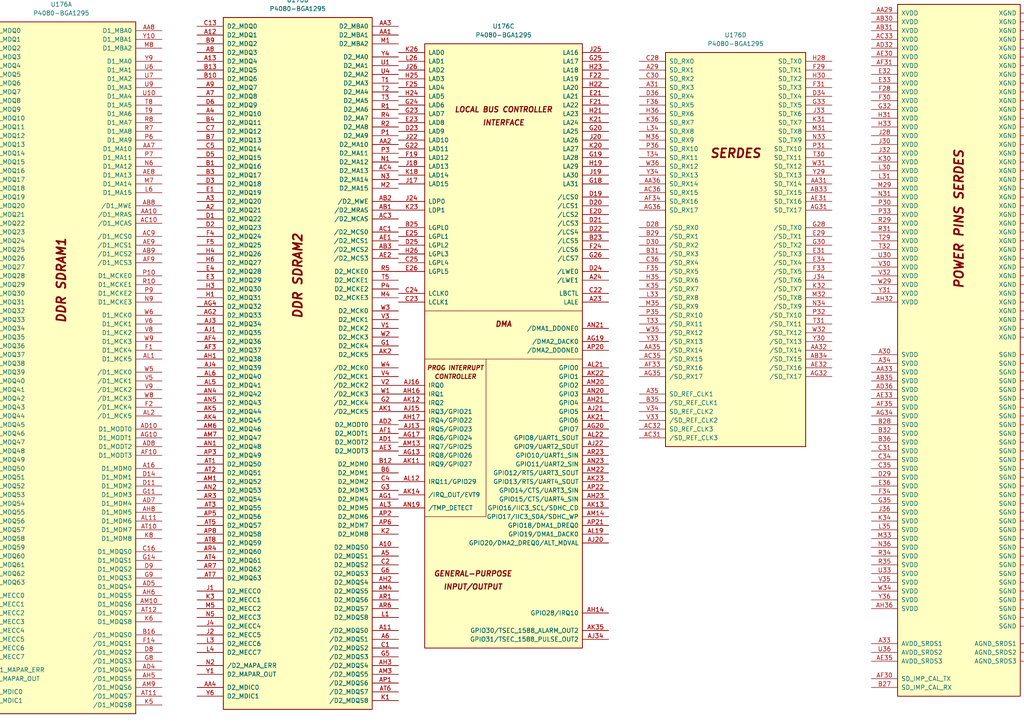
<source format=kicad_sch>
(kicad_sch (version 20250114) (generator "eeschema") (generator_version "9.0")
  (paper "A4")
  (lib_symbols
    (symbol "CPU:P4080-BGA1295" (pin_names (offset 1.016))
      (property "Reference" "U" (at 1.27 19.05 0))
      (property "Value" "P4080-BGA1295" (at 1.27 16.51 0))
      (symbol "P4080-BGA1295_1_1"
        (text "DDR SDRAM1" (at 1.27 26.67 900) (effects (font (size 2.54 2.54) (bold yes) (italic yes))))
        (pin bidirectional line (at -27.94 99.06 0) (length 7.62) (name "D1_MDQ0") (number "A17"))
        (pin bidirectional line (at -27.94 96.52 0) (length 7.62) (name "D1_MDQ1") (number "D17"))
        (pin bidirectional line (at -27.94 93.98 0) (length 7.62) (name "D1_MDQ2") (number "C14"))
        (pin bidirectional line (at -27.94 91.44 0) (length 7.62) (name "D1_MDQ3") (number "A14"))
        (pin bidirectional line (at -27.94 88.9 0) (length 7.62) (name "D1_MDQ4") (number "C17"))
        (pin bidirectional line (at -27.94 86.36 0) (length 7.62) (name "D1_MDQ5") (number "B17"))
        (pin bidirectional line (at -27.94 83.82 0) (length 7.62) (name "D1_MDQ6") (number "A15"))
        (pin bidirectional line (at -27.94 81.28 0) (length 7.62) (name "D1_MDQ7") (number "B15"))
        (pin bidirectional line (at -27.94 78.74 0) (length 7.62) (name "D1_MDQ8") (number "D15"))
        (pin bidirectional line (at -27.94 76.2 0) (length 7.62) (name "D1_MDQ9") (number "G15"))
        (pin bidirectional line (at -27.94 73.66 0) (length 7.62) (name "D1_MDQ10") (number "E12"))
        (pin bidirectional line (at -27.94 71.12 0) (length 7.62) (name "D1_MDQ11") (number "G12"))
        (pin bidirectional line (at -27.94 68.58 0) (length 7.62) (name "D1_MDQ12") (number "F16"))
        (pin bidirectional line (at -27.94 66.04 0) (length 7.62) (name "D1_MDQ13") (number "E15"))
        (pin bidirectional line (at -27.94 63.5 0) (length 7.62) (name "D1_MDQ14") (number "E13"))
        (pin bidirectional line (at -27.94 60.96 0) (length 7.62) (name "D1_MDQ15") (number "F13"))
        (pin bidirectional line (at -27.94 58.42 0) (length 7.62) (name "D1_MDQ16") (number "C8"))
        (pin bidirectional line (at -27.94 55.88 0) (length 7.62) (name "D1_MDQ17") (number "D12"))
        (pin bidirectional line (at -27.94 53.34 0) (length 7.62) (name "D1_MDQ18") (number "E9"))
        (pin bidirectional line (at -27.94 50.8 0) (length 7.62) (name "D1_MDQ19") (number "E10"))
        (pin bidirectional line (at -27.94 48.26 0) (length 7.62) (name "D1_MDQ20") (number "C11"))
        (pin bidirectional line (at -27.94 45.72 0) (length 7.62) (name "D1_MDQ21") (number "C10"))
        (pin bidirectional line (at -27.94 43.18 0) (length 7.62) (name "D1_MDQ22") (number "E6"))
        (pin bidirectional line (at -27.94 40.64 0) (length 7.62) (name "D1_MDQ23") (number "E7"))
        (pin bidirectional line (at -27.94 38.1 0) (length 7.62) (name "D1_MDQ24") (number "F7"))
        (pin bidirectional line (at -27.94 35.56 0) (length 7.62) (name "D1_MDQ25") (number "F11"))
        (pin bidirectional line (at -27.94 33.02 0) (length 7.62) (name "D1_MDQ26") (number "H10"))
        (pin bidirectional line (at -27.94 30.48 0) (length 7.62) (name "D1_MDQ27") (number "J10"))
        (pin bidirectional line (at -27.94 27.94 0) (length 7.62) (name "D1_MDQ28") (number "F10"))
        (pin bidirectional line (at -27.94 25.4 0) (length 7.62) (name "D1_MDQ29") (number "F8"))
        (pin bidirectional line (at -27.94 22.86 0) (length 7.62) (name "D1_MDQ30") (number "H7"))
        (pin bidirectional line (at -27.94 20.32 0) (length 7.62) (name "D1_MDQ31") (number "H9"))
        (pin bidirectional line (at -27.94 17.78 0) (length 7.62) (name "D1_MDQ32") (number "AC7"))
        (pin bidirectional line (at -27.94 15.24 0) (length 7.62) (name "D1_MDQ33") (number "AC6"))
        (pin bidirectional line (at -27.94 12.7 0) (length 7.62) (name "D1_MDQ34") (number "AF6"))
        (pin bidirectional line (at -27.94 10.16 0) (length 7.62) (name "D1_MDQ35") (number "AF7"))
        (pin bidirectional line (at -27.94 7.62 0) (length 7.62) (name "D1_MDQ36") (number "AB5"))
        (pin bidirectional line (at -27.94 5.08 0) (length 7.62) (name "D1_MDQ37") (number "AB6"))
        (pin bidirectional line (at -27.94 2.54 0) (length 7.62) (name "D1_MDQ38") (number "AE5"))
        (pin bidirectional line (at -27.94 0 0) (length 7.62) (name "D1_MDQ39") (number "AE6"))
        (pin bidirectional line (at -27.94 -2.54 0) (length 7.62) (name "D1_MDQ40") (number "AG5"))
        (pin bidirectional line (at -27.94 -5.08 0) (length 7.62) (name "D1_MDQ41") (number "AH9"))
        (pin bidirectional line (at -27.94 -7.62 0) (length 7.62) (name "D1_MDQ42") (number "AJ9"))
        (pin bidirectional line (at -27.94 -10.16 0) (length 7.62) (name "D1_MDQ43") (number "AJ10"))
        (pin bidirectional line (at -27.94 -12.7 0) (length 7.62) (name "D1_MDQ44") (number "AG8"))
        (pin bidirectional line (at -27.94 -15.24 0) (length 7.62) (name "D1_MDQ45") (number "AG7"))
        (pin bidirectional line (at -27.94 -17.78 0) (length 7.62) (name "D1_MDQ46") (number "AJ6"))
        (pin bidirectional line (at -27.94 -20.32 0) (length 7.62) (name "D1_MDQ47") (number "AJ7"))
        (pin bidirectional line (at -27.94 -22.86 0) (length 7.62) (name "D1_MDQ48") (number "AL9"))
        (pin bidirectional line (at -27.94 -25.4 0) (length 7.62) (name "D1_MDQ49") (number "AL8"))
        (pin bidirectional line (at -27.94 -27.94 0) (length 7.62) (name "D1_MDQ50") (number "AN10"))
        (pin bidirectional line (at -27.94 -30.48 0) (length 7.62) (name "D1_MDQ51") (number "AN11"))
        (pin bidirectional line (at -27.94 -33.02 0) (length 7.62) (name "D1_MDQ52") (number "AK8"))
        (pin bidirectional line (at -27.94 -35.56 0) (length 7.62) (name "D1_MDQ53") (number "AK7"))
        (pin bidirectional line (at -27.94 -38.1 0) (length 7.62) (name "D1_MDQ54") (number "AN7"))
        (pin bidirectional line (at -27.94 -40.64 0) (length 7.62) (name "D1_MDQ55") (number "AN8"))
        (pin bidirectional line (at -27.94 -43.18 0) (length 7.62) (name "D1_MDQ56") (number "AT9"))
        (pin bidirectional line (at -27.94 -45.72 0) (length 7.62) (name "D1_MDQ57") (number "AR10"))
        (pin bidirectional line (at -27.94 -48.26 0) (length 7.62) (name "D1_MDQ58") (number "AT13"))
        (pin bidirectional line (at -27.94 -50.8 0) (length 7.62) (name "D1_MDQ59") (number "AR13"))
        (pin bidirectional line (at -27.94 -53.34 0) (length 7.62) (name "D1_MDQ60") (number "AP9"))
        (pin bidirectional line (at -27.94 -55.88 0) (length 7.62) (name "D1_MDQ61") (number "AR9"))
        (pin bidirectional line (at -27.94 -58.42 0) (length 7.62) (name "D1_MDQ62") (number "AR12"))
        (pin bidirectional line (at -27.94 -60.96 0) (length 7.62) (name "D1_MDQ63") (number "AP12"))
        (pin bidirectional line (at -27.94 -64.77 0) (length 7.62) (name "D1_MECC0") (number "K9"))
        (pin bidirectional line (at -27.94 -67.31 0) (length 7.62) (name "D1_MECC1") (number "J5"))
        (pin bidirectional line (at -27.94 -69.85 0) (length 7.62) (name "D1_MECC2") (number "L10"))
        (pin bidirectional line (at -27.94 -72.39 0) (length 7.62) (name "D1_MECC3") (number "M10"))
        (pin bidirectional line (at -27.94 -74.93 0) (length 7.62) (name "D1_MECC4") (number "J8"))
        (pin bidirectional line (at -27.94 -77.47 0) (length 7.62) (name "D1_MECC5") (number "J7"))
        (pin bidirectional line (at -27.94 -80.01 0) (length 7.62) (name "D1_MECC6") (number "L7"))
        (pin bidirectional line (at -27.94 -82.55 0) (length 7.62) (name "D1_MECC7") (number "L9"))
        (pin input line (at -27.94 -86.36 0) (length 7.62) (name "/D1_MAPAR_ERR") (number "N8"))
        (pin output line (at -27.94 -88.9 0) (length 7.62) (name "D1_MAPAR_OUT") (number "Y7"))
        (pin bidirectional line (at -27.94 -92.71 0) (length 7.62) (name "D1_MDIC0") (number "T6"))
        (pin bidirectional line (at -27.94 -95.25 0) (length 7.62) (name "D1_MDIC1") (number "AA5"))
        (pin output line (at 30.48 99.06 180) (length 7.62) (name "D1_MBA0") (number "AA8"))
        (pin output line (at 30.48 96.52 180) (length 7.62) (name "D1_MBA1") (number "Y10"))
        (pin output line (at 30.48 93.98 180) (length 7.62) (name "D1_MBA2") (number "M8"))
        (pin output line (at 30.48 90.17 180) (length 7.62) (name "D1_MA0") (number "Y9"))
        (pin output line (at 30.48 87.63 180) (length 7.62) (name "D1_MA1") (number "U6"))
        (pin output line (at 30.48 85.09 180) (length 7.62) (name "D1_MA2") (number "U7"))
        (pin output line (at 30.48 82.55 180) (length 7.62) (name "D1_MA3") (number "U9"))
        (pin output line (at 30.48 80.01 180) (length 7.62) (name "D1_MA4") (number "U10"))
        (pin output line (at 30.48 77.47 180) (length 7.62) (name "D1_MA5") (number "T8"))
        (pin output line (at 30.48 74.93 180) (length 7.62) (name "D1_MA6") (number "T9"))
        (pin output line (at 30.48 72.39 180) (length 7.62) (name "D1_MA7") (number "R8"))
        (pin output line (at 30.48 69.85 180) (length 7.62) (name "D1_MA8") (number "R7"))
        (pin output line (at 30.48 67.31 180) (length 7.62) (name "D1_MA9") (number "P6"))
        (pin output line (at 30.48 64.77 180) (length 7.62) (name "D1_MA10") (number "AA7"))
        (pin output line (at 30.48 62.23 180) (length 7.62) (name "D1_MA11") (number "P7"))
        (pin output line (at 30.48 59.69 180) (length 7.62) (name "D1_MA12") (number "N6"))
        (pin output line (at 30.48 57.15 180) (length 7.62) (name "D1_MA13") (number "AE8"))
        (pin output line (at 30.48 54.61 180) (length 7.62) (name "D1_MA14") (number "M7"))
        (pin output line (at 30.48 52.07 180) (length 7.62) (name "D1_MA15") (number "L6"))
        (pin output line (at 30.48 48.26 180) (length 7.62) (name "/D1_MWE") (number "AB8"))
        (pin output line (at 30.48 45.72 180) (length 7.62) (name "/D1_MRAS") (number "AA10"))
        (pin output line (at 30.48 43.18 180) (length 7.62) (name "/D1_MCAS") (number "AC10"))
        (pin output line (at 30.48 39.37 180) (length 7.62) (name "/D1_MCS0") (number "AC9"))
        (pin output line (at 30.48 36.83 180) (length 7.62) (name "/D1_MCS1") (number "AE9"))
        (pin output line (at 30.48 34.29 180) (length 7.62) (name "/D1_MCS2") (number "AB9"))
        (pin output line (at 30.48 31.75 180) (length 7.62) (name "/D1_MCS3") (number "AF9"))
        (pin output line (at 30.48 27.94 180) (length 7.62) (name "D1_MCKE0") (number "P10"))
        (pin output line (at 30.48 25.4 180) (length 7.62) (name "D1_MCKE1") (number "R10"))
        (pin output line (at 30.48 22.86 180) (length 7.62) (name "D1_MCKE2") (number "P9"))
        (pin output line (at 30.48 20.32 180) (length 7.62) (name "D1_MCKE3") (number "N9"))
        (pin output line (at 30.48 16.51 180) (length 7.62) (name "D1_MCK0") (number "W6"))
        (pin output line (at 30.48 13.97 180) (length 7.62) (name "D1_MCK1") (number "V6"))
        (pin output line (at 30.48 11.43 180) (length 7.62) (name "D1_MCK2") (number "V8"))
        (pin output line (at 30.48 8.89 180) (length 7.62) (name "D1_MCK3") (number "W9"))
        (pin output line (at 30.48 6.35 180) (length 7.62) (name "D1_MCK4") (number "F1"))
        (pin output line (at 30.48 3.81 180) (length 7.62) (name "D1_MCK5") (number "AL1"))
        (pin output line (at 30.48 0 180) (length 7.62) (name "/D1_MCK0") (number "W5"))
        (pin output line (at 30.48 -2.54 180) (length 7.62) (name "/D1_MCK1") (number "V5"))
        (pin output line (at 30.48 -5.08 180) (length 7.62) (name "/D1_MCK2") (number "V9"))
        (pin output line (at 30.48 -7.62 180) (length 7.62) (name "/D1_MCK3") (number "W8"))
        (pin output line (at 30.48 -10.16 180) (length 7.62) (name "/D1_MCK4") (number "F2"))
        (pin output line (at 30.48 -12.7 180) (length 7.62) (name "/D1_MCK5") (number "AL2"))
        (pin output line (at 30.48 -16.51 180) (length 7.62) (name "D1_MODT0") (number "AD10"))
        (pin output line (at 30.48 -19.05 180) (length 7.62) (name "D1_MODT1") (number "AG10"))
        (pin output line (at 30.48 -21.59 180) (length 7.62) (name "D1_MODT2") (number "AD8"))
        (pin output line (at 30.48 -24.13 180) (length 7.62) (name "D1_MODT3") (number "AF10"))
        (pin output line (at 30.48 -27.94 180) (length 7.62) (name "D1_MDM0") (number "A16"))
        (pin output line (at 30.48 -30.48 180) (length 7.62) (name "D1_MDM1") (number "D14"))
        (pin output line (at 30.48 -33.02 180) (length 7.62) (name "D1_MDM2") (number "D11"))
        (pin output line (at 30.48 -35.56 180) (length 7.62) (name "D1_MDM3") (number "G11"))
        (pin output line (at 30.48 -38.1 180) (length 7.62) (name "D1_MDM4") (number "AD7"))
        (pin output line (at 30.48 -40.64 180) (length 7.62) (name "D1_MDM5") (number "AH8"))
        (pin output line (at 30.48 -43.18 180) (length 7.62) (name "D1_MDM6") (number "AL11"))
        (pin output line (at 30.48 -45.72 180) (length 7.62) (name "D1_MDM7") (number "AT10"))
        (pin output line (at 30.48 -48.26 180) (length 7.62) (name "D1_MDM8") (number "K8"))
        (pin bidirectional line (at 30.48 -52.07 180) (length 7.62) (name "D1_MDQS0") (number "C16"))
        (pin bidirectional line (at 30.48 -54.61 180) (length 7.62) (name "D1_MDQS1") (number "G14"))
        (pin bidirectional line (at 30.48 -57.15 180) (length 7.62) (name "D1_MDQS2") (number "D9"))
        (pin bidirectional line (at 30.48 -59.69 180) (length 7.62) (name "D1_MDQS3") (number "G9"))
        (pin bidirectional line (at 30.48 -62.23 180) (length 7.62) (name "D1_MDQS4") (number "AD5"))
        (pin bidirectional line (at 30.48 -64.77 180) (length 7.62) (name "D1_MDQS5") (number "AH6"))
        (pin bidirectional line (at 30.48 -67.31 180) (length 7.62) (name "D1_MDQS6") (number "AM10"))
        (pin bidirectional line (at 30.48 -69.85 180) (length 7.62) (name "D1_MDQS7") (number "AT12"))
        (pin bidirectional line (at 30.48 -72.39 180) (length 7.62) (name "D1_MDQS8") (number "K6"))
        (pin bidirectional line (at 30.48 -76.2 180) (length 7.62) (name "/D1_MDQS0") (number "B16"))
        (pin bidirectional line (at 30.48 -78.74 180) (length 7.62) (name "/D1_MDQS1") (number "F14"))
        (pin bidirectional line (at 30.48 -81.28 180) (length 7.62) (name "/D1_MDQS2") (number "D8"))
        (pin bidirectional line (at 30.48 -83.82 180) (length 7.62) (name "/D1_MDQS3") (number "G8"))
        (pin bidirectional line (at 30.48 -86.36 180) (length 7.62) (name "/D1_MDQS4") (number "AD4"))
        (pin bidirectional line (at 30.48 -88.9 180) (length 7.62) (name "/D1_MDQS5") (number "AH5"))
        (pin bidirectional line (at 30.48 -91.44 180) (length 7.62) (name "/D1_MDQS6") (number "AM9"))
        (pin bidirectional line (at 30.48 -93.98 180) (length 7.62) (name "/D1_MDQS7") (number "AT11"))
        (pin bidirectional line (at 30.48 -96.52 180) (length 7.62) (name "/D1_MDQS8") (number "K5"))
      )
      (symbol "P4080-BGA1295_2_1"
        (text "DDR SDRAM2" (at 1.27 26.67 900) (effects (font (size 2.54 2.54) (bold yes) (italic yes))))
        (pin bidirectional line (at -27.94 99.06 0) (length 7.62) (name "D2_MDQ0") (number "C13"))
        (pin bidirectional line (at -27.94 96.52 0) (length 7.62) (name "D2_MDQ1") (number "A12"))
        (pin bidirectional line (at -27.94 93.98 0) (length 7.62) (name "D2_MDQ2") (number "B9"))
        (pin bidirectional line (at -27.94 91.44 0) (length 7.62) (name "D2_MDQ3") (number "A8"))
        (pin bidirectional line (at -27.94 88.9 0) (length 7.62) (name "D2_MDQ4") (number "A13"))
        (pin bidirectional line (at -27.94 86.36 0) (length 7.62) (name "D2_MDQ5") (number "B13"))
        (pin bidirectional line (at -27.94 83.82 0) (length 7.62) (name "D2_MDQ6") (number "B10"))
        (pin bidirectional line (at -27.94 81.28 0) (length 7.62) (name "D2_MDQ7") (number "A9"))
        (pin bidirectional line (at -27.94 78.74 0) (length 7.62) (name "D2_MDQ8") (number "A7"))
        (pin bidirectional line (at -27.94 76.2 0) (length 7.62) (name "D2_MDQ9") (number "D6"))
        (pin bidirectional line (at -27.94 73.66 0) (length 7.62) (name "D2_MDQ10") (number "A4"))
        (pin bidirectional line (at -27.94 71.12 0) (length 7.62) (name "D2_MDQ11") (number "B4"))
        (pin bidirectional line (at -27.94 68.58 0) (length 7.62) (name "D2_MDQ12") (number "C7"))
        (pin bidirectional line (at -27.94 66.04 0) (length 7.62) (name "D2_MDQ13") (number "B7"))
        (pin bidirectional line (at -27.94 63.5 0) (length 7.62) (name "D2_MDQ14") (number "C5"))
        (pin bidirectional line (at -27.94 60.96 0) (length 7.62) (name "D2_MDQ15") (number "D5"))
        (pin bidirectional line (at -27.94 58.42 0) (length 7.62) (name "D2_MDQ16") (number "B1"))
        (pin bidirectional line (at -27.94 55.88 0) (length 7.62) (name "D2_MDQ17") (number "B3"))
        (pin bidirectional line (at -27.94 53.34 0) (length 7.62) (name "D2_MDQ18") (number "D3"))
        (pin bidirectional line (at -27.94 50.8 0) (length 7.62) (name "D2_MDQ19") (number "E1"))
        (pin bidirectional line (at -27.94 48.26 0) (length 7.62) (name "D2_MDQ20") (number "A3"))
        (pin bidirectional line (at -27.94 45.72 0) (length 7.62) (name "D2_MDQ21") (number "A2"))
        (pin bidirectional line (at -27.94 43.18 0) (length 7.62) (name "D2_MDQ22") (number "D1"))
        (pin bidirectional line (at -27.94 40.64 0) (length 7.62) (name "D2_MDQ23") (number "D2"))
        (pin bidirectional line (at -27.94 38.1 0) (length 7.62) (name "D2_MDQ24") (number "F4"))
        (pin bidirectional line (at -27.94 35.56 0) (length 7.62) (name "D2_MDQ25") (number "F5"))
        (pin bidirectional line (at -27.94 33.02 0) (length 7.62) (name "D2_MDQ26") (number "H4"))
        (pin bidirectional line (at -27.94 30.48 0) (length 7.62) (name "D2_MDQ27") (number "H6"))
        (pin bidirectional line (at -27.94 27.94 0) (length 7.62) (name "D2_MDQ28") (number "E4"))
        (pin bidirectional line (at -27.94 25.4 0) (length 7.62) (name "D2_MDQ29") (number "E3"))
        (pin bidirectional line (at -27.94 22.86 0) (length 7.62) (name "D2_MDQ30") (number "H3"))
        (pin bidirectional line (at -27.94 20.32 0) (length 7.62) (name "D2_MDQ31") (number "H1"))
        (pin bidirectional line (at -27.94 17.78 0) (length 7.62) (name "D2_MDQ32") (number "AG4"))
        (pin bidirectional line (at -27.94 15.24 0) (length 7.62) (name "D2_MDQ33") (number "AG2"))
        (pin bidirectional line (at -27.94 12.7 0) (length 7.62) (name "D2_MDQ34") (number "AJ3"))
        (pin bidirectional line (at -27.94 10.16 0) (length 7.62) (name "D2_MDQ35") (number "AJ1"))
        (pin bidirectional line (at -27.94 7.62 0) (length 7.62) (name "D2_MDQ36") (number "AF4"))
        (pin bidirectional line (at -27.94 5.08 0) (length 7.62) (name "D2_MDQ37") (number "AF3"))
        (pin bidirectional line (at -27.94 2.54 0) (length 7.62) (name "D2_MDQ38") (number "AH1"))
        (pin bidirectional line (at -27.94 0 0) (length 7.62) (name "D2_MDQ39") (number "AJ4"))
        (pin bidirectional line (at -27.94 -2.54 0) (length 7.62) (name "D2_MDQ40") (number "AL6"))
        (pin bidirectional line (at -27.94 -5.08 0) (length 7.62) (name "D2_MDQ41") (number "AL5"))
        (pin bidirectional line (at -27.94 -7.62 0) (length 7.62) (name "D2_MDQ42") (number "AN4"))
        (pin bidirectional line (at -27.94 -10.16 0) (length 7.62) (name "D2_MDQ43") (number "AN5"))
        (pin bidirectional line (at -27.94 -12.7 0) (length 7.62) (name "D2_MDQ44") (number "AK5"))
        (pin bidirectional line (at -27.94 -15.24 0) (length 7.62) (name "D2_MDQ45") (number "AK4"))
        (pin bidirectional line (at -27.94 -17.78 0) (length 7.62) (name "D2_MDQ46") (number "AM6"))
        (pin bidirectional line (at -27.94 -20.32 0) (length 7.62) (name "D2_MDQ47") (number "AM7"))
        (pin bidirectional line (at -27.94 -22.86 0) (length 7.62) (name "D2_MDQ48") (number "AN1"))
        (pin bidirectional line (at -27.94 -25.4 0) (length 7.62) (name "D2_MDQ49") (number "AP3"))
        (pin bidirectional line (at -27.94 -27.94 0) (length 7.62) (name "D2_MDQ50") (number "AT1"))
        (pin bidirectional line (at -27.94 -30.48 0) (length 7.62) (name "D2_MDQ51") (number "AT2"))
        (pin bidirectional line (at -27.94 -33.02 0) (length 7.62) (name "D2_MDQ52") (number "AM1"))
        (pin bidirectional line (at -27.94 -35.56 0) (length 7.62) (name "D2_MDQ53") (number "AN2"))
        (pin bidirectional line (at -27.94 -38.1 0) (length 7.62) (name "D2_MDQ54") (number "AR3"))
        (pin bidirectional line (at -27.94 -40.64 0) (length 7.62) (name "D2_MDQ55") (number "AT3"))
        (pin bidirectional line (at -27.94 -43.18 0) (length 7.62) (name "D2_MDQ56") (number "AP5"))
        (pin bidirectional line (at -27.94 -45.72 0) (length 7.62) (name "D2_MDQ57") (number "AT5"))
        (pin bidirectional line (at -27.94 -48.26 0) (length 7.62) (name "D2_MDQ58") (number "AP8"))
        (pin bidirectional line (at -27.94 -50.8 0) (length 7.62) (name "D2_MDQ59") (number "AT8"))
        (pin bidirectional line (at -27.94 -53.34 0) (length 7.62) (name "D2_MDQ60") (number "AR4"))
        (pin bidirectional line (at -27.94 -55.88 0) (length 7.62) (name "D2_MDQ61") (number "AT4"))
        (pin bidirectional line (at -27.94 -58.42 0) (length 7.62) (name "D2_MDQ62") (number "AR7"))
        (pin bidirectional line (at -27.94 -60.96 0) (length 7.62) (name "D2_MDQ63") (number "AT7"))
        (pin bidirectional line (at -27.94 -64.77 0) (length 7.62) (name "D2_MECC0") (number "J1"))
        (pin bidirectional line (at -27.94 -67.31 0) (length 7.62) (name "D2_MECC1") (number "K3"))
        (pin bidirectional line (at -27.94 -69.85 0) (length 7.62) (name "D2_MECC2") (number "M5"))
        (pin bidirectional line (at -27.94 -72.39 0) (length 7.62) (name "D2_MECC3") (number "N5"))
        (pin bidirectional line (at -27.94 -74.93 0) (length 7.62) (name "D2_MECC4") (number "J4"))
        (pin bidirectional line (at -27.94 -77.47 0) (length 7.62) (name "D2_MECC5") (number "J2"))
        (pin bidirectional line (at -27.94 -80.01 0) (length 7.62) (name "D2_MECC6") (number "L3"))
        (pin bidirectional line (at -27.94 -82.55 0) (length 7.62) (name "D2_MECC7") (number "L4"))
        (pin input line (at -27.94 -86.36 0) (length 7.62) (name "/D2_MAPA_ERR") (number "N2"))
        (pin output line (at -27.94 -88.9 0) (length 7.62) (name "D2_MAPAR_OUT") (number "Y1"))
        (pin bidirectional line (at -27.94 -92.71 0) (length 7.62) (name "D2_MDIC0") (number "AA4"))
        (pin bidirectional line (at -27.94 -95.25 0) (length 7.62) (name "D2_MDIC1") (number "Y6"))
        (pin output line (at 30.48 99.06 180) (length 7.62) (name "D2_MBA0") (number "AA3"))
        (pin output line (at 30.48 96.52 180) (length 7.62) (name "D2_MBA1") (number "AA1"))
        (pin output line (at 30.48 93.98 180) (length 7.62) (name "D2_MBA2") (number "M1"))
        (pin output line (at 30.48 90.17 180) (length 7.62) (name "D2_MA0") (number "Y4"))
        (pin output line (at 30.48 87.63 180) (length 7.62) (name "D2_MA1") (number "U1"))
        (pin output line (at 30.48 85.09 180) (length 7.62) (name "D2_MA2") (number "U4"))
        (pin output line (at 30.48 82.55 180) (length 7.62) (name "D2_MA3") (number "T1"))
        (pin output line (at 30.48 80.01 180) (length 7.62) (name "D2_MA4") (number "T2"))
        (pin output line (at 30.48 77.47 180) (length 7.62) (name "D2_MA5") (number "T3"))
        (pin output line (at 30.48 74.93 180) (length 7.62) (name "D2_MA6") (number "R1"))
        (pin output line (at 30.48 72.39 180) (length 7.62) (name "D2_MA7") (number "R4"))
        (pin output line (at 30.48 69.85 180) (length 7.62) (name "D2_MA8") (number "R2"))
        (pin output line (at 30.48 67.31 180) (length 7.62) (name "D2_MA9") (number "P1"))
        (pin output line (at 30.48 64.77 180) (length 7.62) (name "D2_MA10") (number "AA2"))
        (pin output line (at 30.48 62.23 180) (length 7.62) (name "D2_MA11") (number "P3"))
        (pin output line (at 30.48 59.69 180) (length 7.62) (name "D2_MA12") (number "N1"))
        (pin output line (at 30.48 57.15 180) (length 7.62) (name "D2_MA13") (number "AC4"))
        (pin output line (at 30.48 54.61 180) (length 7.62) (name "D2_MA14") (number "N3"))
        (pin output line (at 30.48 52.07 180) (length 7.62) (name "D2_MA15") (number "M2"))
        (pin output line (at 30.48 48.26 180) (length 7.62) (name "/D2_MWE") (number "AB2"))
        (pin output line (at 30.48 45.72 180) (length 7.62) (name "/D2_MRAS") (number "AB1"))
        (pin output line (at 30.48 43.18 180) (length 7.62) (name "/D2_MCAS") (number "AC3"))
        (pin output line (at 30.48 39.37 180) (length 7.62) (name "/D2_MCS0") (number "AC1"))
        (pin output line (at 30.48 36.83 180) (length 7.62) (name "/D2_MCS1") (number "AE1"))
        (pin output line (at 30.48 34.29 180) (length 7.62) (name "/D2_MCS2") (number "AB3"))
        (pin output line (at 30.48 31.75 180) (length 7.62) (name "/D2_MCS3") (number "AE2"))
        (pin output line (at 30.48 27.94 180) (length 7.62) (name "D2_MCKE0") (number "R5"))
        (pin output line (at 30.48 25.4 180) (length 7.62) (name "D2_MCKE1") (number "T5"))
        (pin output line (at 30.48 22.86 180) (length 7.62) (name "D2_MCKE2") (number "P4"))
        (pin output line (at 30.48 20.32 180) (length 7.62) (name "D2_MCKE3") (number "M4"))
        (pin output line (at 30.48 16.51 180) (length 7.62) (name "D2_MCK0") (number "W3"))
        (pin output line (at 30.48 13.97 180) (length 7.62) (name "D2_MCK1") (number "V3"))
        (pin output line (at 30.48 11.43 180) (length 7.62) (name "D2_MCK2") (number "V1"))
        (pin output line (at 30.48 8.89 180) (length 7.62) (name "D2_MCK3") (number "W2"))
        (pin output line (at 30.48 6.35 180) (length 7.62) (name "D2_MCK4") (number "G1"))
        (pin output line (at 30.48 3.81 180) (length 7.62) (name "D2_MCK5") (number "AK2"))
        (pin output line (at 30.48 0 180) (length 7.62) (name "/D2_MCK0") (number "W4"))
        (pin output line (at 30.48 -2.54 180) (length 7.62) (name "/D2_MCK1") (number "V4"))
        (pin output line (at 30.48 -5.08 180) (length 7.62) (name "/D2_MCK2") (number "V2"))
        (pin output line (at 30.48 -7.62 180) (length 7.62) (name "/D2_MCK3") (number "W1"))
        (pin output line (at 30.48 -10.16 180) (length 7.62) (name "/D2_MCK4") (number "G2"))
        (pin output line (at 30.48 -12.7 180) (length 7.62) (name "/D2_MCK5") (number "AK1"))
        (pin output line (at 30.48 -16.51 180) (length 7.62) (name "D2_MODT0") (number "AD2"))
        (pin output line (at 30.48 -19.05 180) (length 7.62) (name "D2_MODT1") (number "AF1"))
        (pin output line (at 30.48 -21.59 180) (length 7.62) (name "D2_MODT2") (number "AD1"))
        (pin output line (at 30.48 -24.13 180) (length 7.62) (name "D2_MODT3") (number "AE3"))
        (pin output line (at 30.48 -27.94 180) (length 7.62) (name "D2_MDM0") (number "B12"))
        (pin output line (at 30.48 -30.48 180) (length 7.62) (name "D2_MDM1") (number "B6"))
        (pin output line (at 30.48 -33.02 180) (length 7.62) (name "D2_MDM2") (number "C4"))
        (pin output line (at 30.48 -35.56 180) (length 7.62) (name "D2_MDM3") (number "G3"))
        (pin output line (at 30.48 -38.1 180) (length 7.62) (name "D2_MDM4") (number "AG1"))
        (pin output line (at 30.48 -40.64 180) (length 7.62) (name "D2_MDM5") (number "AL3"))
        (pin output line (at 30.48 -43.18 180) (length 7.62) (name "D2_MDM6") (number "AP2"))
        (pin output line (at 30.48 -45.72 180) (length 7.62) (name "D2_MDM7") (number "AP6"))
        (pin output line (at 30.48 -48.26 180) (length 7.62) (name "D2_MDM8") (number "K2"))
        (pin bidirectional line (at 30.48 -52.07 180) (length 7.62) (name "D2_MDQS0") (number "A10"))
        (pin bidirectional line (at 30.48 -54.61 180) (length 7.62) (name "D2_MDQS1") (number "A5"))
        (pin bidirectional line (at 30.48 -57.15 180) (length 7.62) (name "D2_MDQS2") (number "C2"))
        (pin bidirectional line (at 30.48 -59.69 180) (length 7.62) (name "D2_MDQS3") (number "G6"))
        (pin bidirectional line (at 30.48 -62.23 180) (length 7.62) (name "D2_MDQS4") (number "AH2"))
        (pin bidirectional line (at 30.48 -64.77 180) (length 7.62) (name "D2_MDQS5") (number "AM4"))
        (pin bidirectional line (at 30.48 -67.31 180) (length 7.62) (name "D2_MDQS6") (number "AR1"))
        (pin bidirectional line (at 30.48 -69.85 180) (length 7.62) (name "D2_MDQS7") (number "AR6"))
        (pin bidirectional line (at 30.48 -72.39 180) (length 7.62) (name "D2_MDQS8") (number "L1"))
        (pin bidirectional line (at 30.48 -76.2 180) (length 7.62) (name "/D2_MDQS0") (number "A11"))
        (pin bidirectional line (at 30.48 -78.74 180) (length 7.62) (name "/D2_MDQS1") (number "A6"))
        (pin bidirectional line (at 30.48 -81.28 180) (length 7.62) (name "/D2_MDQS2") (number "C1"))
        (pin bidirectional line (at 30.48 -83.82 180) (length 7.62) (name "/D2_MDQS3") (number "G5"))
        (pin bidirectional line (at 30.48 -86.36 180) (length 7.62) (name "/D2_MDQS4") (number "AH3"))
        (pin bidirectional line (at 30.48 -88.9 180) (length 7.62) (name "/D2_MDQS5") (number "AM3"))
        (pin bidirectional line (at 30.48 -91.44 180) (length 7.62) (name "/D2_MDQS6") (number "AP1"))
        (pin bidirectional line (at 30.48 -93.98 180) (length 7.62) (name "/D2_MDQS7") (number "AT6"))
        (pin bidirectional line (at 30.48 -96.52 180) (length 7.62) (name "/D2_MDQS8") (number "K1"))
      )
      (symbol "P4080-BGA1295_3_1"
        (text "PROG INTERRUPT" (at -13.97 -5.08 0) (effects (font (size 1.27 1.27) (bold yes) (italic yes))))
        (text "CONTROLLER" (at -13.97 -7.62 0) (effects (font (size 1.27 1.27) (bold yes) (italic yes))))
        (text "GENERAL-PURPOSE" (at -8.89 -64.77 0) (effects (font (size 1.524 1.524) (bold yes) (italic yes))))
        (text "INPUT/OUTPUT" (at -8.89 -68.58 0) (effects (font (size 1.524 1.524) (bold yes) (italic yes))))
        (text "LOCAL BUS CONTROLLER" (at 0 69.85 0) (effects (font (size 1.524 1.524) (bold yes) (italic yes))))
        (text "INTERFACE" (at 0 66.04 0) (effects (font (size 1.524 1.524) (bold yes) (italic yes))))
        (text "DMA" (at 0 7.62 0) (effects (font (size 1.524 1.524) (bold yes) (italic yes))))
        (pin bidirectional line (at -30.48 86.36 0) (length 7.62) (name "LAD0") (number "K26"))
        (pin bidirectional line (at -30.48 83.82 0) (length 7.62) (name "LAD1") (number "L26"))
        (pin bidirectional line (at -30.48 81.28 0) (length 7.62) (name "LAD2") (number "J26"))
        (pin bidirectional line (at -30.48 78.74 0) (length 7.62) (name "LAD3") (number "H25"))
        (pin bidirectional line (at -30.48 76.2 0) (length 7.62) (name "LAD4") (number "F25"))
        (pin bidirectional line (at -30.48 73.66 0) (length 7.62) (name "LAD5") (number "H24"))
        (pin bidirectional line (at -30.48 71.12 0) (length 7.62) (name "LAD6") (number "G24"))
        (pin bidirectional line (at -30.48 68.58 0) (length 7.62) (name "LAD7") (number "G23"))
        (pin bidirectional line (at -30.48 66.04 0) (length 7.62) (name "LAD8") (number "E23"))
        (pin bidirectional line (at -30.48 63.5 0) (length 7.62) (name "LAD9") (number "D23"))
        (pin bidirectional line (at -30.48 60.96 0) (length 7.62) (name "LAD10") (number "J22"))
        (pin bidirectional line (at -30.48 58.42 0) (length 7.62) (name "LAD11") (number "G22"))
        (pin bidirectional line (at -30.48 55.88 0) (length 7.62) (name "LAD12") (number "F19"))
        (pin bidirectional line (at -30.48 53.34 0) (length 7.62) (name "LAD13") (number "J18"))
        (pin bidirectional line (at -30.48 50.8 0) (length 7.62) (name "LAD14") (number "K18"))
        (pin bidirectional line (at -30.48 48.26 0) (length 7.62) (name "LAD15") (number "J17"))
        (pin bidirectional line (at -30.48 43.18 0) (length 7.62) (name "LDP0") (number "J24"))
        (pin bidirectional line (at -30.48 40.64 0) (length 7.62) (name "LDP1") (number "K23"))
        (pin output line (at -30.48 35.56 0) (length 7.62) (name "LGPL0") (number "B25"))
        (pin output line (at -30.48 33.02 0) (length 7.62) (name "LGPL1") (number "E25"))
        (pin output line (at -30.48 30.48 0) (length 7.62) (name "LGPL2") (number "D25"))
        (pin output line (at -30.48 27.94 0) (length 7.62) (name "LGPL3") (number "H26"))
        (pin bidirectional line (at -30.48 25.4 0) (length 7.62) (name "LGPL4") (number "C25"))
        (pin output line (at -30.48 22.86 0) (length 7.62) (name "LGPL5") (number "E26"))
        (pin output line (at -30.48 16.51 0) (length 7.62) (name "LCLK0") (number "C24"))
        (pin output line (at -30.48 13.97 0) (length 7.62) (name "LCLK1") (number "C23"))
        (pin input line (at -30.48 -10.16 0) (length 7.62) (name "IRQ0") (number "AJ16"))
        (pin input line (at -30.48 -12.7 0) (length 7.62) (name "IRQ1") (number "AH16"))
        (pin input line (at -30.48 -15.24 0) (length 7.62) (name "IRQ2") (number "AK12"))
        (pin input line (at -30.48 -17.78 0) (length 7.62) (name "IRQ3/GPIO21") (number "AJ15"))
        (pin input line (at -30.48 -20.32 0) (length 7.62) (name "IRQ4/GPIO22") (number "AH17"))
        (pin input line (at -30.48 -22.86 0) (length 7.62) (name "IRQ5/GPIO23") (number "AJ13"))
        (pin input line (at -30.48 -25.4 0) (length 7.62) (name "IRQ6/GPIO24") (number "AG17"))
        (pin input line (at -30.48 -27.94 0) (length 7.62) (name "IRQ7/GPIO25") (number "AM13"))
        (pin input line (at -30.48 -30.48 0) (length 7.62) (name "IRQ8/GPIO26") (number "AG13"))
        (pin input line (at -30.48 -33.02 0) (length 7.62) (name "IRQ9/GPIO27") (number "AK11"))
        (pin input line (at -30.48 -38.1 0) (length 7.62) (name "IRQ11/GPIO29") (number "AL12"))
        (pin output line (at -30.48 -41.91 0) (length 7.62) (name "/IRQ_OUT/EVT9") (number "AK14"))
        (pin input line (at -30.48 -45.72 0) (length 7.62) (name "/TMP_DETECT") (number "AN19"))
        (pin output line (at 30.48 86.36 180) (length 7.62) (name "LA16") (number "J25"))
        (pin output line (at 30.48 83.82 180) (length 7.62) (name "LA17") (number "G25"))
        (pin output line (at 30.48 81.28 180) (length 7.62) (name "LA18") (number "H23"))
        (pin output line (at 30.48 78.74 180) (length 7.62) (name "LA19") (number "F22"))
        (pin output line (at 30.48 76.2 180) (length 7.62) (name "LA20") (number "H22"))
        (pin output line (at 30.48 73.66 180) (length 7.62) (name "LA21") (number "E21"))
        (pin output line (at 30.48 71.12 180) (length 7.62) (name "LA22") (number "F21"))
        (pin output line (at 30.48 68.58 180) (length 7.62) (name "LA23") (number "H21"))
        (pin output line (at 30.48 66.04 180) (length 7.62) (name "LA24") (number "K21"))
        (pin output line (at 30.48 63.5 180) (length 7.62) (name "LA25") (number "G20"))
        (pin output line (at 30.48 60.96 180) (length 7.62) (name "LA26") (number "J20"))
        (pin output line (at 30.48 58.42 180) (length 7.62) (name "LA27") (number "K20"))
        (pin output line (at 30.48 55.88 180) (length 7.62) (name "LA28") (number "G19"))
        (pin output line (at 30.48 53.34 180) (length 7.62) (name "LA29") (number "H19"))
        (pin output line (at 30.48 50.8 180) (length 7.62) (name "LA30") (number "J19"))
        (pin output line (at 30.48 48.26 180) (length 7.62) (name "LA31") (number "G18"))
        (pin output line (at 30.48 44.45 180) (length 7.62) (name "/LCS0") (number "D19"))
        (pin output line (at 30.48 41.91 180) (length 7.62) (name "/LCS1") (number "D20"))
        (pin output line (at 30.48 39.37 180) (length 7.62) (name "/LCS2") (number "E20"))
        (pin output line (at 30.48 36.83 180) (length 7.62) (name "/LCS3") (number "D21"))
        (pin output line (at 30.48 34.29 180) (length 7.62) (name "/LCS4") (number "D22"))
        (pin output line (at 30.48 31.75 180) (length 7.62) (name "/LCS5") (number "B23"))
        (pin output line (at 30.48 29.21 180) (length 7.62) (name "/LCS6") (number "F24"))
        (pin output line (at 30.48 26.67 180) (length 7.62) (name "/LCS7") (number "G26"))
        (pin output line (at 30.48 22.86 180) (length 7.62) (name "/LWE0") (number "D24"))
        (pin output line (at 30.48 20.32 180) (length 7.62) (name "/LWE1") (number "A24"))
        (pin output line (at 30.48 16.51 180) (length 7.62) (name "LBCTL") (number "C22"))
        (pin bidirectional line (at 30.48 13.97 180) (length 7.62) (name "LALE") (number "A23"))
        (pin output line (at 30.48 6.35 180) (length 7.62) (name "/DMA1_DDONE0") (number "AN21"))
        (pin output line (at 30.48 2.54 180) (length 7.62) (name "/DMA2_DACK0") (number "AG19"))
        (pin output line (at 30.48 0 180) (length 7.62) (name "/DMA2_DDONE0") (number "AP20"))
        (pin bidirectional line (at 30.48 -5.08 180) (length 7.62) (name "GPIO0") (number "AL21"))
        (pin bidirectional line (at 30.48 -7.62 180) (length 7.62) (name "GPIO1") (number "AK22"))
        (pin bidirectional line (at 30.48 -10.16 180) (length 7.62) (name "GPIO2") (number "AM20"))
        (pin bidirectional line (at 30.48 -12.7 180) (length 7.62) (name "GPIO3") (number "AN20"))
        (pin bidirectional line (at 30.48 -15.24 180) (length 7.62) (name "GPIO4") (number "AH21"))
        (pin bidirectional line (at 30.48 -17.78 180) (length 7.62) (name "GPIO5") (number "AJ21"))
        (pin bidirectional line (at 30.48 -20.32 180) (length 7.62) (name "GPIO6") (number "AK21"))
        (pin bidirectional line (at 30.48 -22.86 180) (length 7.62) (name "GPIO7") (number "AG20"))
        (pin bidirectional line (at 30.48 -25.4 180) (length 7.62) (name "GPIO8/UART1_SOUT") (number "AL22"))
        (pin bidirectional line (at 30.48 -27.94 180) (length 7.62) (name "GPIO9/UART2_SOUT") (number "AJ22"))
        (pin bidirectional line (at 30.48 -30.48 180) (length 7.62) (name "GPIO10/UART1_SIN") (number "AR23"))
        (pin bidirectional line (at 30.48 -33.02 180) (length 7.62) (name "GPIO11/UART2_SIN") (number "AN23"))
        (pin bidirectional line (at 30.48 -35.56 180) (length 7.62) (name "GPIO12/RTS/UART3_SOUT") (number "AM22"))
        (pin bidirectional line (at 30.48 -38.1 180) (length 7.62) (name "GPIO13/RTS/UART4_SOUT") (number "AK23"))
        (pin bidirectional line (at 30.48 -40.64 180) (length 7.62) (name "GPIO14/CTS/UART3_SIN") (number "AP22"))
        (pin bidirectional line (at 30.48 -43.18 180) (length 7.62) (name "GPIO15/CTS/UART4_SIN") (number "AH23"))
        (pin bidirectional line (at 30.48 -45.72 180) (length 7.62) (name "GPIO16/IIC3_SCL/SDHC_CD") (number "AK13"))
        (pin bidirectional line (at 30.48 -48.26 180) (length 7.62) (name "GPIO17/IIC3_SDA/SDHC_WP") (number "AM14"))
        (pin bidirectional line (at 30.48 -50.8 180) (length 7.62) (name "GPIO18/DMA1_DREQ0") (number "AP21"))
        (pin bidirectional line (at 30.48 -53.34 180) (length 7.62) (name "GPIO19/DMA1_DACK0") (number "AL19"))
        (pin bidirectional line (at 30.48 -55.88 180) (length 7.62) (name "GPIO20/DMA2_DREQ0/ALT_MDVAL") (number "AJ20"))
        (pin bidirectional line (at 30.48 -76.2 180) (length 7.62) (name "GPIO28/IRQ10") (number "AH14"))
        (pin bidirectional line (at 30.48 -81.28 180) (length 7.62) (name "GPIO30/TSEC_1588_ALARM_OUT2") (number "AK35"))
        (pin bidirectional line (at 30.48 -83.82 180) (length 7.62) (name "GPIO31/TSEC_1588_PULSE_OUT2") (number "AJ34"))
      )
      (symbol "P4080-BGA1295_4_1"
        (text "SERDES" (at 0 29.21 0) (effects (font (size 2.54 2.54) (bold yes) (italic yes))))
        (pin input line (at -27.94 55.88 0) (length 7.62) (name "SD_RX0") (number "C28"))
        (pin input line (at -27.94 53.34 0) (length 7.62) (name "SD_RX1") (number "A29"))
        (pin input line (at -27.94 50.8 0) (length 7.62) (name "SD_RX2") (number "C30"))
        (pin input line (at -27.94 48.26 0) (length 7.62) (name "SD_RX3") (number "A31"))
        (pin input line (at -27.94 45.72 0) (length 7.62) (name "SD_RX4") (number "D36"))
        (pin input line (at -27.94 43.18 0) (length 7.62) (name "SD_RX5") (number "F36"))
        (pin input line (at -27.94 40.64 0) (length 7.62) (name "SD_RX6") (number "H36"))
        (pin input line (at -27.94 38.1 0) (length 7.62) (name "SD_RX7") (number "K36"))
        (pin input line (at -27.94 35.56 0) (length 7.62) (name "SD_RX8") (number "L34"))
        (pin input line (at -27.94 33.02 0) (length 7.62) (name "SD_RX9") (number "M36"))
        (pin input line (at -27.94 30.48 0) (length 7.62) (name "SD_RX10") (number "P36"))
        (pin input line (at -27.94 27.94 0) (length 7.62) (name "SD_RX11") (number "T34"))
        (pin input line (at -27.94 25.4 0) (length 7.62) (name "SD_RX12") (number "W36"))
        (pin input line (at -27.94 22.86 0) (length 7.62) (name "SD_RX13") (number "Y34"))
        (pin input line (at -27.94 20.32 0) (length 7.62) (name "SD_RX14") (number "AA36"))
        (pin input line (at -27.94 17.78 0) (length 7.62) (name "SD_RX15") (number "AC36"))
        (pin input line (at -27.94 15.24 0) (length 7.62) (name "SD_RX16") (number "AF34"))
        (pin input line (at -27.94 12.7 0) (length 7.62) (name "SD_RX17") (number "AG36"))
        (pin input line (at -27.94 7.62 0) (length 7.62) (name "/SD_RX0") (number "D28"))
        (pin input line (at -27.94 5.08 0) (length 7.62) (name "/SD_RX1") (number "B29"))
        (pin input line (at -27.94 2.54 0) (length 7.62) (name "/SD_RX2") (number "D30"))
        (pin input line (at -27.94 0 0) (length 7.62) (name "/SD_RX3") (number "B31"))
        (pin input line (at -27.94 -2.54 0) (length 7.62) (name "/SD_RX4") (number "C36"))
        (pin input line (at -27.94 -5.08 0) (length 7.62) (name "/SD_RX5") (number "F35"))
        (pin input line (at -27.94 -7.62 0) (length 7.62) (name "/SD_RX6") (number "H35"))
        (pin input line (at -27.94 -10.16 0) (length 7.62) (name "/SD_RX7") (number "K35"))
        (pin input line (at -27.94 -12.7 0) (length 7.62) (name "/SD_RX8") (number "L33"))
        (pin input line (at -27.94 -15.24 0) (length 7.62) (name "/SD_RX9") (number "M35"))
        (pin input line (at -27.94 -17.78 0) (length 7.62) (name "/SD_RX10") (number "P35"))
        (pin input line (at -27.94 -20.32 0) (length 7.62) (name "/SD_RX11") (number "T33"))
        (pin input line (at -27.94 -22.86 0) (length 7.62) (name "/SD_RX12") (number "W35"))
        (pin input line (at -27.94 -25.4 0) (length 7.62) (name "/SD_RX13") (number "Y33"))
        (pin input line (at -27.94 -27.94 0) (length 7.62) (name "/SD_RX14") (number "AA35"))
        (pin input line (at -27.94 -30.48 0) (length 7.62) (name "/SD_RX15") (number "AC35"))
        (pin input line (at -27.94 -33.02 0) (length 7.62) (name "/SD_RX16") (number "AF33"))
        (pin input line (at -27.94 -35.56 0) (length 7.62) (name "/SD_RX17") (number "AG35"))
        (pin input line (at -27.94 -40.64 0) (length 7.62) (name "SD_REF_CLK1") (number "A35"))
        (pin input line (at -27.94 -43.18 0) (length 7.62) (name "/SD_REF_CLK1") (number "B35"))
        (pin input line (at -27.94 -45.72 0) (length 7.62) (name "SD_REF_CLK2") (number "V34"))
        (pin input line (at -27.94 -48.26 0) (length 7.62) (name "/SD_REF_CLK2") (number "V33"))
        (pin input line (at -27.94 -50.8 0) (length 7.62) (name "SD_REF_CLK3") (number "AC32"))
        (pin input line (at -27.94 -53.34 0) (length 7.62) (name "/SD_REF_CLK3") (number "AC31"))
        (pin output line (at 27.94 55.88 180) (length 7.62) (name "SD_TX0") (number "H28"))
        (pin output line (at 27.94 53.34 180) (length 7.62) (name "SD_TX1") (number "F29"))
        (pin output line (at 27.94 50.8 180) (length 7.62) (name "SD_TX2") (number "H30"))
        (pin output line (at 27.94 48.26 180) (length 7.62) (name "SD_TX3") (number "F31"))
        (pin output line (at 27.94 45.72 180) (length 7.62) (name "SD_TX4") (number "D34"))
        (pin output line (at 27.94 43.18 180) (length 7.62) (name "SD_TX5") (number "G33"))
        (pin output line (at 27.94 40.64 180) (length 7.62) (name "SD_TX6") (number "J33"))
        (pin output line (at 27.94 38.1 180) (length 7.62) (name "SD_TX7") (number "K31"))
        (pin output line (at 27.94 35.56 180) (length 7.62) (name "SD_TX8") (number "M31"))
        (pin output line (at 27.94 33.02 180) (length 7.62) (name "SD_TX9") (number "N33"))
        (pin output line (at 27.94 30.48 180) (length 7.62) (name "SD_TX10") (number "P31"))
        (pin output line (at 27.94 27.94 180) (length 7.62) (name "SD_TX11") (number "T30"))
        (pin output line (at 27.94 25.4 180) (length 7.62) (name "SD_TX12") (number "W31"))
        (pin output line (at 27.94 22.86 180) (length 7.62) (name "SD_TX13") (number "Y29"))
        (pin output line (at 27.94 20.32 180) (length 7.62) (name "SD_TX14") (number "AA31"))
        (pin output line (at 27.94 17.78 180) (length 7.62) (name "SD_TX15") (number "AB33"))
        (pin output line (at 27.94 15.24 180) (length 7.62) (name "SD_TX16") (number "AE31"))
        (pin output line (at 27.94 12.7 180) (length 7.62) (name "SD_TX17") (number "AG31"))
        (pin output line (at 27.94 7.62 180) (length 7.62) (name "/SD_TX0") (number "G28"))
        (pin output line (at 27.94 5.08 180) (length 7.62) (name "/SD_TX1") (number "E29"))
        (pin output line (at 27.94 2.54 180) (length 7.62) (name "/SD_TX2") (number "G30"))
        (pin output line (at 27.94 0 180) (length 7.62) (name "/SD_TX3") (number "E31"))
        (pin output line (at 27.94 -2.54 180) (length 7.62) (name "/SD_TX4") (number "E34"))
        (pin output line (at 27.94 -5.08 180) (length 7.62) (name "/SD_TX5") (number "F33"))
        (pin output line (at 27.94 -7.62 180) (length 7.62) (name "/SD_TX6") (number "J34"))
        (pin output line (at 27.94 -10.16 180) (length 7.62) (name "/SD_TX7") (number "K32"))
        (pin output line (at 27.94 -12.7 180) (length 7.62) (name "/SD_TX8") (number "M32"))
        (pin output line (at 27.94 -15.24 180) (length 7.62) (name "/SD_TX9") (number "N34"))
        (pin output line (at 27.94 -17.78 180) (length 7.62) (name "/SD_TX10") (number "P32"))
        (pin output line (at 27.94 -20.32 180) (length 7.62) (name "/SD_TX11") (number "T31"))
        (pin output line (at 27.94 -22.86 180) (length 7.62) (name "/SD_TX12") (number "W32"))
        (pin output line (at 27.94 -25.4 180) (length 7.62) (name "/SD_TX13") (number "Y30"))
        (pin output line (at 27.94 -27.94 180) (length 7.62) (name "/SD_TX14") (number "AA32"))
        (pin output line (at 27.94 -30.48 180) (length 7.62) (name "/SD_TX15") (number "AB34"))
        (pin output line (at 27.94 -33.02 180) (length 7.62) (name "/SD_TX16") (number "AE32"))
        (pin output line (at 27.94 -35.56 180) (length 7.62) (name "/SD_TX17") (number "AG32"))
      )
      (symbol "P4080-BGA1295_5_1"
        (text "POWER PINS SERDES" (at 0 39.37 900) (effects (font (size 2.54 2.54) (bold yes) (italic yes))))
        (pin power_in line (at -25.4 99.06 0) (length 7.62) (name "XVDD") (number "AA29"))
        (pin power_in line (at -25.4 96.52 0) (length 7.62) (name "XVDD") (number "AB30"))
        (pin power_in line (at -25.4 93.98 0) (length 7.62) (name "XVDD") (number "AB31"))
        (pin power_in line (at -25.4 91.44 0) (length 7.62) (name "XVDD") (number "AC33"))
        (pin power_in line (at -25.4 88.9 0) (length 7.62) (name "XVDD") (number "AD32"))
        (pin power_in line (at -25.4 86.36 0) (length 7.62) (name "XVDD") (number "AE30"))
        (pin power_in line (at -25.4 83.82 0) (length 7.62) (name "XVDD") (number "AF31"))
        (pin power_in line (at -25.4 81.28 0) (length 7.62) (name "XVDD") (number "E32"))
        (pin power_in line (at -25.4 78.74 0) (length 7.62) (name "XVDD") (number "E33"))
        (pin power_in line (at -25.4 76.2 0) (length 7.62) (name "XVDD") (number "F28"))
        (pin power_in line (at -25.4 73.66 0) (length 7.62) (name "XVDD") (number "F30"))
        (pin power_in line (at -25.4 71.12 0) (length 7.62) (name "XVDD") (number "G32"))
        (pin power_in line (at -25.4 68.58 0) (length 7.62) (name "XVDD") (number "H31"))
        (pin power_in line (at -25.4 66.04 0) (length 7.62) (name "XVDD") (number "H33"))
        (pin power_in line (at -25.4 63.5 0) (length 7.62) (name "XVDD") (number "J28"))
        (pin power_in line (at -25.4 60.96 0) (length 7.62) (name "XVDD") (number "J30"))
        (pin power_in line (at -25.4 58.42 0) (length 7.62) (name "XVDD") (number "J32"))
        (pin power_in line (at -25.4 55.88 0) (length 7.62) (name "XVDD") (number "K30"))
        (pin power_in line (at -25.4 53.34 0) (length 7.62) (name "XVDD") (number "L30"))
        (pin power_in line (at -25.4 50.8 0) (length 7.62) (name "XVDD") (number "L31"))
        (pin power_in line (at -25.4 48.26 0) (length 7.62) (name "XVDD") (number "M29"))
        (pin power_in line (at -25.4 45.72 0) (length 7.62) (name "XVDD") (number "N31"))
        (pin power_in line (at -25.4 43.18 0) (length 7.62) (name "XVDD") (number "P30"))
        (pin power_in line (at -25.4 40.64 0) (length 7.62) (name "XVDD") (number "P33"))
        (pin power_in line (at -25.4 38.1 0) (length 7.62) (name "XVDD") (number "R29"))
        (pin power_in line (at -25.4 35.56 0) (length 7.62) (name "XVDD") (number "R31"))
        (pin power_in line (at -25.4 33.02 0) (length 7.62) (name "XVDD") (number "T29"))
        (pin power_in line (at -25.4 30.48 0) (length 7.62) (name "XVDD") (number "T32"))
        (pin power_in line (at -25.4 27.94 0) (length 7.62) (name "XVDD") (number "U30"))
        (pin power_in line (at -25.4 25.4 0) (length 7.62) (name "XVDD") (number "V30"))
        (pin power_in line (at -25.4 22.86 0) (length 7.62) (name "XVDD") (number "V32"))
        (pin power_in line (at -25.4 20.32 0) (length 7.62) (name "XVDD") (number "W29"))
        (pin power_in line (at -25.4 17.78 0) (length 7.62) (name "XVDD") (number "Y31"))
        (pin power_in line (at -25.4 15.24 0) (length 7.62) (name "XVDD") (number "AH32"))
        (pin power_in line (at -25.4 0 0) (length 7.62) (name "SVDD") (number "A30"))
        (pin power_in line (at -25.4 -2.54 0) (length 7.62) (name "SVDD") (number "A34"))
        (pin power_in line (at -25.4 -5.08 0) (length 7.62) (name "SVDD") (number "AA33"))
        (pin power_in line (at -25.4 -7.62 0) (length 7.62) (name "SVDD") (number "AB35"))
        (pin power_in line (at -25.4 -10.16 0) (length 7.62) (name "SVDD") (number "AD36"))
        (pin power_in line (at -25.4 -12.7 0) (length 7.62) (name "SVDD") (number "AE33"))
        (pin power_in line (at -25.4 -15.24 0) (length 7.62) (name "SVDD") (number "AF35"))
        (pin power_in line (at -25.4 -17.78 0) (length 7.62) (name "SVDD") (number "AG34"))
        (pin power_in line (at -25.4 -20.32 0) (length 7.62) (name "SVDD") (number "B28"))
        (pin power_in line (at -25.4 -22.86 0) (length 7.62) (name "SVDD") (number "B32"))
        (pin power_in line (at -25.4 -25.4 0) (length 7.62) (name "SVDD") (number "B36"))
        (pin power_in line (at -25.4 -27.94 0) (length 7.62) (name "SVDD") (number "C31"))
        (pin power_in line (at -25.4 -30.48 0) (length 7.62) (name "SVDD") (number "C34"))
        (pin power_in line (at -25.4 -33.02 0) (length 7.62) (name "SVDD") (number "C35"))
        (pin power_in line (at -25.4 -35.56 0) (length 7.62) (name "SVDD") (number "D29"))
        (pin power_in line (at -25.4 -38.1 0) (length 7.62) (name "SVDD") (number "E36"))
        (pin power_in line (at -25.4 -40.64 0) (length 7.62) (name "SVDD") (number "F34"))
        (pin power_in line (at -25.4 -43.18 0) (length 7.62) (name "SVDD") (number "G35"))
        (pin power_in line (at -25.4 -45.72 0) (length 7.62) (name "SVDD") (number "J36"))
        (pin power_in line (at -25.4 -48.26 0) (length 7.62) (name "SVDD") (number "K34"))
        (pin power_in line (at -25.4 -50.8 0) (length 7.62) (name "SVDD") (number "L35"))
        (pin power_in line (at -25.4 -53.34 0) (length 7.62) (name "SVDD") (number "M33"))
        (pin power_in line (at -25.4 -55.88 0) (length 7.62) (name "SVDD") (number "N36"))
        (pin power_in line (at -25.4 -58.42 0) (length 7.62) (name "SVDD") (number "R34"))
        (pin power_in line (at -25.4 -60.96 0) (length 7.62) (name "SVDD") (number "R35"))
        (pin power_in line (at -25.4 -63.5 0) (length 7.62) (name "SVDD") (number "U33"))
        (pin power_in line (at -25.4 -66.04 0) (length 7.62) (name "SVDD") (number "V35"))
        (pin power_in line (at -25.4 -68.58 0) (length 7.62) (name "SVDD") (number "W34"))
        (pin power_in line (at -25.4 -71.12 0) (length 7.62) (name "SVDD") (number "Y36"))
        (pin power_in line (at -25.4 -73.66 0) (length 7.62) (name "SVDD") (number "AH36"))
        (pin power_in line (at -25.4 -83.82 0) (length 7.62) (name "AVDD_SRDS1") (number "A33"))
        (pin power_in line (at -25.4 -86.36 0) (length 7.62) (name "AVDD_SRDS2") (number "U36"))
        (pin power_in line (at -25.4 -88.9 0) (length 7.62) (name "AVDD_SRDS3") (number "AE35"))
        (pin input line (at -25.4 -93.98 0) (length 7.62) (name "SD_IMP_CAL_TX") (number "AF30"))
        (pin input line (at -25.4 -96.52 0) (length 7.62) (name "SD_IMP_CAL_RX") (number "B27"))
        (pin power_in line (at 25.4 99.06 180) (length 7.62) (name "XGND") (number "AA30"))
        (pin power_in line (at 25.4 96.52 180) (length 7.62) (name "XGND") (number "AB32"))
        (pin power_in line (at 25.4 93.98 180) (length 7.62) (name "XGND") (number "AC30"))
        (pin power_in line (at 25.4 91.44 180) (length 7.62) (name "XGND") (number "AC34"))
        (pin power_in line (at 25.4 88.9 180) (length 7.62) (name "XGND") (number "AD30"))
        (pin power_in line (at 25.4 86.36 180) (length 7.62) (name "XGND") (number "AD31"))
        (pin power_in line (at 25.4 83.82 180) (length 7.62) (name "XGND") (number "AF32"))
        (pin power_in line (at 25.4 81.28 180) (length 7.62) (name "XGND") (number "AG30"))
        (pin power_in line (at 25.4 78.74 180) (length 7.62) (name "XGND") (number "D33"))
        (pin power_in line (at 25.4 76.2 180) (length 7.62) (name "XGND") (number "E28"))
        (pin power_in line (at 25.4 73.66 180) (length 7.62) (name "XGND") (number "E30"))
        (pin power_in line (at 25.4 71.12 180) (length 7.62) (name "XGND") (number "F32"))
        (pin power_in line (at 25.4 68.58 180) (length 7.62) (name "XGND") (number "G29"))
        (pin power_in line (at 25.4 66.04 180) (length 7.62) (name "XGND") (number "G31"))
        (pin power_in line (at 25.4 63.5 180) (length 7.62) (name "XGND") (number "H29"))
        (pin power_in line (at 25.4 60.96 180) (length 7.62) (name "XGND") (number "H32"))
        (pin power_in line (at 25.4 58.42 180) (length 7.62) (name "XGND") (number "H34"))
        (pin power_in line (at 25.4 55.88 180) (length 7.62) (name "XGND") (number "J29"))
        (pin power_in line (at 25.4 53.34 180) (length 7.62) (name "XGND") (number "J31"))
        (pin power_in line (at 25.4 50.8 180) (length 7.62) (name "XGND") (number "K28"))
        (pin power_in line (at 25.4 48.26 180) (length 7.62) (name "XGND") (number "K29"))
        (pin power_in line (at 25.4 45.72 180) (length 7.62) (name "XGND") (number "L29"))
        (pin power_in line (at 25.4 43.18 180) (length 7.62) (name "XGND") (number "L32"))
        (pin power_in line (at 25.4 40.64 180) (length 7.62) (name "XGND") (number "M30"))
        (pin power_in line (at 25.4 38.1 180) (length 7.62) (name "XGND") (number "N29"))
        (pin power_in line (at 25.4 35.56 180) (length 7.62) (name "XGND") (number "N30"))
        (pin power_in line (at 25.4 33.02 180) (length 7.62) (name "XGND") (number "N32"))
        (pin power_in line (at 25.4 30.48 180) (length 7.62) (name "XGND") (number "P29"))
        (pin power_in line (at 25.4 27.94 180) (length 7.62) (name "XGND") (number "P34"))
        (pin power_in line (at 25.4 25.4 180) (length 7.62) (name "XGND") (number "R30"))
        (pin power_in line (at 25.4 22.86 180) (length 7.62) (name "XGND") (number "R32"))
        (pin power_in line (at 25.4 20.32 180) (length 7.62) (name "XGND") (number "U29"))
        (pin power_in line (at 25.4 17.78 180) (length 7.62) (name "XGND") (number "U31"))
        (pin power_in line (at 25.4 15.24 180) (length 7.62) (name "XGND") (number "V29"))
        (pin power_in line (at 25.4 12.7 180) (length 7.62) (name "XGND") (number "V31"))
        (pin power_in line (at 25.4 10.16 180) (length 7.62) (name "XGND") (number "W30"))
        (pin power_in line (at 25.4 7.62 180) (length 7.62) (name "XGND") (number "Y32"))
        (pin power_in line (at 25.4 5.08 180) (length 7.62) (name "XGND") (number "AH31"))
        (pin power_in line (at 25.4 0 180) (length 7.62) (name "SGND") (number "A28"))
        (pin power_in line (at 25.4 -2.54 180) (length 7.62) (name "SGND") (number "A32"))
        (pin power_in line (at 25.4 -5.08 180) (length 7.62) (name "SGND") (number "A36"))
        (pin power_in line (at 25.4 -7.62 180) (length 7.62) (name "SGND") (number "AA34"))
        (pin power_in line (at 25.4 -10.16 180) (length 7.62) (name "SGND") (number "AB36"))
        (pin power_in line (at 25.4 -12.7 180) (length 7.62) (name "SGND") (number "AD35"))
        (pin power_in line (at 25.4 -15.24 180) (length 7.62) (name "SGND") (number "AE34"))
        (pin power_in line (at 25.4 -17.78 180) (length 7.62) (name "SGND") (number "AF36"))
        (pin power_in line (at 25.4 -20.32 180) (length 7.62) (name "SGND") (number "AG33"))
        (pin power_in line (at 25.4 -22.86 180) (length 7.62) (name "SGND") (number "B30"))
        (pin power_in line (at 25.4 -25.4 180) (length 7.62) (name "SGND") (number "B34"))
        (pin power_in line (at 25.4 -27.94 180) (length 7.62) (name "SGND") (number "C29"))
        (pin power_in line (at 25.4 -30.48 180) (length 7.62) (name "SGND") (number "C33"))
        (pin power_in line (at 25.4 -33.02 180) (length 7.62) (name "SGND") (number "D31"))
        (pin power_in line (at 25.4 -35.56 180) (length 7.62) (name "SGND") (number "D35"))
        (pin power_in line (at 25.4 -38.1 180) (length 7.62) (name "SGND") (number "E35"))
        (pin power_in line (at 25.4 -40.64 180) (length 7.62) (name "SGND") (number "G34"))
        (pin power_in line (at 25.4 -43.18 180) (length 7.62) (name "SGND") (number "G36"))
        (pin power_in line (at 25.4 -45.72 180) (length 7.62) (name "SGND") (number "J35"))
        (pin power_in line (at 25.4 -48.26 180) (length 7.62) (name "SGND") (number "K33"))
        (pin power_in line (at 25.4 -50.8 180) (length 7.62) (name "SGND") (number "L36"))
        (pin power_in line (at 25.4 -53.34 180) (length 7.62) (name "SGND") (number "M34"))
        (pin power_in line (at 25.4 -55.88 180) (length 7.62) (name "SGND") (number "N35"))
        (pin power_in line (at 25.4 -58.42 180) (length 7.62) (name "SGND") (number "R33"))
        (pin power_in line (at 25.4 -60.96 180) (length 7.62) (name "SGND") (number "R36"))
        (pin power_in line (at 25.4 -63.5 180) (length 7.62) (name "SGND") (number "T35"))
        (pin power_in line (at 25.4 -66.04 180) (length 7.62) (name "SGND") (number "U34"))
        (pin power_in line (at 25.4 -68.58 180) (length 7.62) (name "SGND") (number "V36"))
        (pin power_in line (at 25.4 -71.12 180) (length 7.62) (name "SGND") (number "W33"))
        (pin power_in line (at 25.4 -73.66 180) (length 7.62) (name "SGND") (number "Y35"))
        (pin power_in line (at 25.4 -76.2 180) (length 7.62) (name "SGND") (number "AH35"))
        (pin power_in line (at 25.4 -78.74 180) (length 7.62) (name "SGND") (number "AH33"))
        (pin power_in line (at 25.4 -83.82 180) (length 7.62) (name "AGND_SRDS1") (number "B33"))
        (pin power_in line (at 25.4 -86.36 180) (length 7.62) (name "AGND_SRDS2") (number "T36"))
        (pin power_in line (at 25.4 -88.9 180) (length 7.62) (name "AGND_SRDS3") (number "AE36"))
      )
      (symbol "P4080-BGA1295_6_1"
        (text "USB1" (at -20.32 82.55 0) (effects (font (size 1.524 1.524))))
        (text "USB2" (at -20.32 58.42 0) (effects (font (size 1.524 1.524))))
        (text "CLOCK" (at -17.78 -63.5 0) (effects (font (size 1.524 1.524))))
        (text "JTAG" (at -17.78 -74.93 0) (effects (font (size 1.524 1.524))))
        (text "eSDHC" (at -15.24 41.91 0) (effects (font (size 1.524 1.524))))
        (text "I²C INTERFACE" (at -15.24 -3.81 0) (effects (font (size 1.524 1.524))))
        (text "SYSTEM" (at -12.7 -86.36 0) (effects (font (size 1.524 1.524))))
        (text "CONTROL" (at -12.7 -88.9 0) (effects (font (size 1.524 1.524))))
        (text "DEBUG" (at -1.27 -39.37 0) (effects (font (size 1.524 1.524))))
        (text "I/O VOLTAGE SELECT" (at 5.08 -69.85 0) (effects (font (size 0.0254 0.0254))))
        (text "IEEE 1588" (at 6.35 21.59 0) (effects (font (size 1.524 1.524))))
        (text "DUART" (at 6.35 -3.81 0) (effects (font (size 1.524 1.524))))
        (text "eSPI" (at 8.89 41.91 0) (effects (font (size 1.524 1.524))))
        (text "DFT" (at 8.89 -90.17 0) (effects (font (size 1.524 1.524))))
        (text "I/O VOLT.SELECT" (at 10.16 -77.47 0) (effects (font (size 1.524 1.524))))
        (text "PWR MANAGEMENT" (at 11.43 -63.5 0) (effects (font (size 1.524 1.524))))
        (pin output line (at -43.18 96.52 0) (length 7.62) (name "USB1_STP/EC1_TX_EN") (number "AR36"))
        (pin input line (at -43.18 91.44 0) (length 7.62) (name "USB1_NXT/EC1_RX_DV") (number "AM34"))
        (pin input line (at -43.18 88.9 0) (length 7.62) (name "USB1_DIR/EC1_RX_CLK") (number "AM36"))
        (pin input line (at -43.18 86.36 0) (length 7.62) (name "USB1_CLK/EC1_GTX_CLK") (number "AP35"))
        (pin output line (at -43.18 72.39 0) (length 7.62) (name "USB2_STP/EC2_TX_EN") (number "AR31"))
        (pin input line (at -43.18 67.31 0) (length 7.62) (name "USB2_NXT/EC2_RX_DV") (number "AR33"))
        (pin input line (at -43.18 64.77 0) (length 7.62) (name "USB2_DIR/EC2_RX_CLK") (number "AT33"))
        (pin input line (at -43.18 62.23 0) (length 7.62) (name "USB2_CLK/EC2_GTX_CLK") (number "AN31"))
        (pin bidirectional line (at -43.18 46.99 0) (length 7.62) (name "SDHC_CMD") (number "AG23"))
        (pin bidirectional line (at -43.18 44.45 0) (length 7.62) (name "SDHC_DAT0") (number "AP24"))
        (pin bidirectional line (at -43.18 41.91 0) (length 7.62) (name "SDHC_DAT1") (number "AT24"))
        (pin bidirectional line (at -43.18 39.37 0) (length 7.62) (name "SDHC_DAT2") (number "AM23"))
        (pin bidirectional line (at -43.18 36.83 0) (length 7.62) (name "SDHC_DAT3") (number "AG22"))
        (pin bidirectional line (at -43.18 34.29 0) (length 7.62) (name "SDHC_DAT4/SPI_CS0") (number "AN29"))
        (pin bidirectional line (at -43.18 31.75 0) (length 7.62) (name "SDHC_DAT5/SPI_CS1") (number "AJ28"))
        (pin bidirectional line (at -43.18 29.21 0) (length 7.62) (name "SDHC_DAT6/SPI_CS2") (number "AR29"))
        (pin bidirectional line (at -43.18 26.67 0) (length 7.62) (name "SDHC_DAT7/SPI_CS3") (number "AM29"))
        (pin output line (at -43.18 22.86 0) (length 7.62) (name "SDHC_CLK") (number "AL23"))
        (pin input line (at -43.18 10.16 0) (length 7.62) (name "TSEC_1588_CLK_IN") (number "AL35"))
        (pin input line (at -43.18 7.62 0) (length 7.62) (name "TSEC_1588_TRIG_IN1C") (number "AL36"))
        (pin input line (at -43.18 5.08 0) (length 7.62) (name "TSEC_1588_TRIG_IN2") (number "AK36"))
        (pin bidirectional line (at -43.18 -5.08 0) (length 7.62) (name "IIC1_SCL") (number "AH15"))
        (pin bidirectional line (at -43.18 -7.62 0) (length 7.62) (name "IIC1_SDA") (number "AN14"))
        (pin bidirectional line (at -43.18 -11.43 0) (length 7.62) (name "INC2_SCL") (number "AM15"))
        (pin bidirectional line (at -43.18 -13.97 0) (length 7.62) (name "INC2_SDA") (number "AL14"))
        (pin bidirectional line (at -43.18 -17.78 0) (length 7.62) (name "IIC3_SCL/GPIO16/SDHC_CD") (number "AK13"))
        (pin bidirectional line (at -43.18 -20.32 0) (length 7.62) (name "IIC3_SDA/GPIO17/SDHC_WP") (number "AM14"))
        (pin bidirectional line (at -43.18 -24.13 0) (length 7.62) (name "IIC4_SCL/EVT5") (number "AG14"))
        (pin bidirectional line (at -43.18 -26.67 0) (length 7.62) (name "IIC4_SDA/EVT6") (number "AL15"))
        (pin bidirectional line (at -43.18 -34.29 0) (length 7.62) (name "/EVT0") (number "AJ17"))
        (pin bidirectional line (at -43.18 -36.83 0) (length 7.62) (name "/EVT1") (number "AK17"))
        (pin bidirectional line (at -43.18 -39.37 0) (length 7.62) (name "/EVT2") (number "AN16"))
        (pin bidirectional line (at -43.18 -41.91 0) (length 7.62) (name "/EVT3") (number "AK16"))
        (pin bidirectional line (at -43.18 -44.45 0) (length 7.62) (name "/EVT4") (number "AM16"))
        (pin bidirectional line (at -43.18 -57.15 0) (length 7.62) (name "/EVT9/IRQ_OUT") (number "AK14"))
        (pin input line (at -43.18 -62.23 0) (length 7.62) (name "RTC") (number "AN24"))
        (pin input line (at -43.18 -64.77 0) (length 7.62) (name "SYSCLK") (number "AT23"))
        (pin input line (at -43.18 -69.85 0) (length 7.62) (name "TCK") (number "AR22"))
        (pin input line (at -43.18 -72.39 0) (length 7.62) (name "TDI") (number "AN17"))
        (pin output line (at -43.18 -74.93 0) (length 7.62) (name "TDO") (number "AP15"))
        (pin input line (at -43.18 -77.47 0) (length 7.62) (name "TMS") (number "AR20"))
        (pin input line (at -43.18 -80.01 0) (length 7.62) (name "/TRST") (number "AR19"))
        (pin input line (at -43.18 -83.82 0) (length 7.62) (name "/PORESET") (number "AP17"))
        (pin bidirectional line (at -43.18 -86.36 0) (length 7.62) (name "/HRESET") (number "AR17"))
        (pin output line (at -43.18 -88.9 0) (length 7.62) (name "/RESET_REQ") (number "AT16"))
        (pin output line (at -43.18 -91.44 0) (length 7.62) (name "/CKSTP_OUT") (number "AM19"))
        (pin bidirectional line (at 40.64 96.52 180) (length 7.62) (name "USB1_D0/EC1_RXD0") (number "AN36"))
        (pin bidirectional line (at 40.64 93.98 180) (length 7.62) (name "USB1_D0/EC1_RXD1") (number "AN35"))
        (pin bidirectional line (at 40.64 91.44 180) (length 7.62) (name "USB1_D2/EC1_RXD2") (number "AN34"))
        (pin bidirectional line (at 40.64 88.9 180) (length 7.62) (name "USB1_D3/EC1_RXD3") (number "AM33"))
        (pin bidirectional line (at 40.64 86.36 180) (length 7.62) (name "USB1_D4/EC1_TXD0") (number "AT35"))
        (pin bidirectional line (at 40.64 83.82 180) (length 7.62) (name "USB1_D5/EC1_TXD1") (number "AR34"))
        (pin bidirectional line (at 40.64 81.28 180) (length 7.62) (name "USB1_D6/EC1_TXD2") (number "AT34"))
        (pin bidirectional line (at 40.64 78.74 180) (length 7.62) (name "USB1_D7/EC1_TXD3") (number "AP36"))
        (pin bidirectional line (at 40.64 72.39 180) (length 7.62) (name "USB2_D0/EC2_RXD0") (number "AT32"))
        (pin bidirectional line (at 40.64 69.85 180) (length 7.62) (name "USB2_D1/EC2_RXD1") (number "AP32"))
        (pin bidirectional line (at 40.64 67.31 180) (length 7.62) (name "USB2_D2/EC2_RXD2") (number "AN32"))
        (pin bidirectional line (at 40.64 64.77 180) (length 7.62) (name "USB2_D3/EC2_RXD3") (number "AP33"))
        (pin bidirectional line (at 40.64 62.23 180) (length 7.62) (name "USB2_D4/EC2_TXD0") (number "AT30"))
        (pin bidirectional line (at 40.64 59.69 180) (length 7.62) (name "USB2_D5/EC2_TXD1") (number "AR30"))
        (pin bidirectional line (at 40.64 57.15 180) (length 7.62) (name "USB2_D6/EC2_TXD2") (number "AP30"))
        (pin bidirectional line (at 40.64 54.61 180) (length 7.62) (name "USB2_D7/EC2_TXD3") (number "AT31"))
        (pin bidirectional line (at 40.64 46.99 180) (length 7.62) (name "SPI_MOSI") (number "AT29"))
        (pin input line (at 40.64 44.45 180) (length 7.62) (name "SPI_MISO") (number "AH28"))
        (pin output line (at 40.64 40.64 180) (length 7.62) (name "SPI_CLK") (number "AK29"))
        (pin output line (at 40.64 19.05 180) (length 7.62) (name "TSEC_1588_CLK_OUT") (number "AM30"))
        (pin output line (at 40.64 15.24 180) (length 7.62) (name "TSEC_1588_ALARM_OUT1") (number "AJ36"))
        (pin output line (at 40.64 12.7 180) (length 7.62) (name "TSEC_1588_ALARM_OUT2/GPIO30") (number "AK35"))
        (pin output line (at 40.64 7.62 180) (length 7.62) (name "TSEC_1588_PULSE_OUT1") (number "AL30"))
        (pin output line (at 40.64 5.08 180) (length 7.62) (name "TSEC_1588_PULSE_OUT2/GPIO31") (number "AJ34"))
        (pin input line (at 40.64 -5.08 180) (length 7.62) (name "UART1_SIN/GPIO10") (number "AR23"))
        (pin input line (at 40.64 -7.62 180) (length 7.62) (name "UART2_SIN/GPIO11") (number "AN23"))
        (pin input line (at 40.64 -11.43 180) (length 7.62) (name "UART1_CTS/UART3_SIN/GPIO14") (number "AP22"))
        (pin input line (at 40.64 -13.97 180) (length 7.62) (name "UART2_CTS/UART4_SIN/GPIO15") (number "AH23"))
        (pin output line (at 40.64 -17.78 180) (length 7.62) (name "UART1_SDOUT/GPIO8") (number "AL22"))
        (pin output line (at 40.64 -20.32 180) (length 7.62) (name "UART2_SDOUT/GPIO9") (number "AJ22"))
        (pin output line (at 40.64 -24.13 180) (length 7.62) (name "UART1_RTS/UART3_SDOUT/GPIO12") (number "AM22"))
        (pin output line (at 40.64 -26.67 180) (length 7.62) (name "UART2_RTS/UART4_SDOUT/GPIO13") (number "AK23"))
        (pin output line (at 40.64 -34.29 180) (length 7.62) (name "MDVA") (number "AR15"))
        (pin output line (at 40.64 -38.1 180) (length 7.62) (name "MSRCID0") (number "AH20"))
        (pin output line (at 40.64 -40.64 180) (length 7.62) (name "MSRCID1") (number "AJ19"))
        (pin output line (at 40.64 -43.18 180) (length 7.62) (name "MSRCID2") (number "AH18"))
        (pin output line (at 40.64 -46.99 180) (length 7.62) (name "ALT_MDVAL/DMA2_DREQ0/GPIO20") (number "AJ20"))
        (pin output line (at 40.64 -49.53 180) (length 7.62) (name "ALT_MSRCID0/DMA2_DACK0/EVT7") (number "AG19"))
        (pin output line (at 40.64 -52.07 180) (length 7.62) (name "ALT_MSRCID1/DMA2_DDONE0/EVT8") (number "AP20"))
        (pin output line (at 40.64 -57.15 180) (length 7.62) (name "CLK_OUT") (number "AK20"))
        (pin output line (at 40.64 -63.5 180) (length 7.62) (name "ASLEEP") (number "AR21"))
        (pin input line (at 40.64 -72.39 180) (length 7.62) (name "IO_VSEL0") (number "AL18"))
        (pin input line (at 40.64 -74.93 180) (length 7.62) (name "IO_VSEL1") (number "AP18"))
        (pin input line (at 40.64 -77.47 180) (length 7.62) (name "IO_VSEL2") (number "AK18"))
        (pin input line (at 40.64 -80.01 180) (length 7.62) (name "IO_VSEL3") (number "AM18"))
        (pin input line (at 40.64 -82.55 180) (length 7.62) (name "IO_VSEL4") (number "AH19"))
        (pin input line (at 40.64 -88.9 180) (length 7.62) (name "/SCAN_MODE") (number "AL17"))
        (pin input line (at 40.64 -91.44 180) (length 7.62) (name "/TEST_SEL") (number "AT21"))
      )
      (symbol "P4080-BGA1295_7_1"
        (text "ETHERNET" (at 1.27 26.67 0) (effects (font (size 1.524 1.524) (bold yes) (italic yes))))
        (pin input line (at -33.02 25.4 0) (length 7.62) (name "EC_GTX_CLK125") (number "AK34"))
        (pin input line (at -33.02 22.86 0) (length 7.62) (name "EC_XTRNL_TX_STMP1") (number "AM31"))
        (pin input line (at -33.02 20.32 0) (length 7.62) (name "EC_XTRNL_RX_STMP1") (number "AK32"))
        (pin input line (at -33.02 17.78 0) (length 7.62) (name "EC_XTRNL_TX_STMP2") (number "AJ31"))
        (pin input line (at -33.02 15.24 0) (length 7.62) (name "EC_XTRNL_RX_STMP2") (number "AK31"))
        (pin input line (at -33.02 10.16 0) (length 7.62) (name "EC1_RX_CLK/USB1_DIR") (number "AM36"))
        (pin input line (at -33.02 7.62 0) (length 7.62) (name "EC1_RX_DV/USB1_NXT") (number "AM34"))
        (pin input line (at -33.02 2.54 0) (length 7.62) (name "EC1_RXD0/USB1_D0") (number "AN36"))
        (pin input line (at -33.02 0 0) (length 7.62) (name "EC1_RXD1/USB1_D1") (number "AN35"))
        (pin input line (at -33.02 -2.54 0) (length 7.62) (name "EC1_RXD2/USB1_D2") (number "AN34"))
        (pin input line (at -33.02 -5.08 0) (length 7.62) (name "EC1_RXD3/USB1_D3") (number "AM33"))
        (pin input line (at -33.02 -10.16 0) (length 7.62) (name "EC2_RX_CLK/USB2_DIR") (number "AT33"))
        (pin input line (at -33.02 -12.7 0) (length 7.62) (name "EC2_RX_DV/USB2_NXT") (number "AR33"))
        (pin input line (at -33.02 -17.78 0) (length 7.62) (name "EC2_RXD0/USB2_D0") (number "AT32"))
        (pin input line (at -33.02 -20.32 0) (length 7.62) (name "EC2_RXD1/USB2_D1") (number "AP32"))
        (pin input line (at -33.02 -22.86 0) (length 7.62) (name "EC2_RXD2/USB2_D2") (number "AN32"))
        (pin input line (at -33.02 -25.4 0) (length 7.62) (name "EC2_RXD3/USB2_D3") (number "AP33"))
        (pin output line (at 33.02 24.13 180) (length 7.62) (name "EMI1_MDC") (number "AJ33"))
        (pin bidirectional line (at 33.02 21.59 180) (length 7.62) (name "EMI1_MDIO") (number "AL32"))
        (pin output line (at 33.02 17.78 180) (length 7.62) (name "EMI2_MDC") (number "AK30"))
        (pin bidirectional line (at 33.02 15.24 180) (length 7.62) (name "EMI2_MDIO") (number "AJ30"))
        (pin output line (at 33.02 10.16 180) (length 7.62) (name "EC1_GTX_CLK/USB1_CLK") (number "AP35"))
        (pin output line (at 33.02 7.62 180) (length 7.62) (name "EC1_TX_EN/USB1_STP") (number "AR36"))
        (pin output line (at 33.02 2.54 180) (length 7.62) (name "EC1_TXD0/USB1_D4") (number "AT35"))
        (pin output line (at 33.02 0 180) (length 7.62) (name "EC1_TXD1/USB1_D5") (number "AR34"))
        (pin output line (at 33.02 -2.54 180) (length 7.62) (name "EC1_TXD2/USB1_D6") (number "AT34"))
        (pin bidirectional line (at 33.02 -5.08 180) (length 7.62) (name "EC1_TXD3/USB1_D7") (number "AP36"))
        (pin output line (at 33.02 -10.16 180) (length 7.62) (name "EC2_GTX_CLK/USB2_CLK") (number "AN31"))
        (pin output line (at 33.02 -12.7 180) (length 7.62) (name "EC2_TX_EN/USB2_STP") (number "AR31"))
        (pin output line (at 33.02 -17.78 180) (length 7.62) (name "EC2_TXD0/USB2_D4") (number "AT30"))
        (pin output line (at 33.02 -20.32 180) (length 7.62) (name "EC2_TXD1/USB2_D5") (number "AR30"))
        (pin output line (at 33.02 -22.86 180) (length 7.62) (name "EC2_TXD2/USB2_D6") (number "AP30"))
        (pin bidirectional line (at 33.02 -25.4 180) (length 7.62) (name "EC2_TXD3/USB2_D7") (number "AT31"))
      )
      (symbol "P4080-BGA1295_8_1"
        (text "GND PINS" (at 0 26.67 0) (effects (font (size 3.81 3.81) (bold yes) (italic yes))))
        (pin power_in line (at -58.42 124.46 0) (length 7.62) (name "GND") (number "AK34"))
        (pin power_in line (at -58.42 121.92 0) (length 7.62) (name "GND") (number "L12"))
        (pin power_in line (at -58.42 119.38 0) (length 7.62) (name "GND") (number "AD27"))
        (pin power_in line (at -58.42 116.84 0) (length 7.62) (name "GND") (number "Y27"))
        (pin power_in line (at -58.42 114.3 0) (length 7.62) (name "GND") (number "V27"))
        (pin power_in line (at -58.42 111.76 0) (length 7.62) (name "GND") (number "T27"))
        (pin power_in line (at -58.42 109.22 0) (length 7.62) (name "GND") (number "M25"))
        (pin power_in line (at -58.42 106.68 0) (length 7.62) (name "GND") (number "P25"))
        (pin power_in line (at -58.42 104.14 0) (length 7.62) (name "GND") (number "T25"))
        (pin power_in line (at -58.42 101.6 0) (length 7.62) (name "GND") (number "V17"))
        (pin power_in line (at -58.42 99.06 0) (length 7.62) (name "GND") (number "P27"))
        (pin power_in line (at -58.42 96.52 0) (length 7.62) (name "GND") (number "Y25"))
        (pin power_in line (at -58.42 93.98 0) (length 7.62) (name "GND") (number "AB25"))
        (pin power_in line (at -58.42 91.44 0) (length 7.62) (name "GND") (number "AD25"))
        (pin power_in line (at -58.42 88.9 0) (length 7.62) (name "GND") (number "AF25"))
        (pin power_in line (at -58.42 86.36 0) (length 7.62) (name "GND") (number "AE24"))
        (pin power_in line (at -58.42 83.82 0) (length 7.62) (name "GND") (number "AC24"))
        (pin power_in line (at -58.42 81.28 0) (length 7.62) (name "GND") (number "AA24"))
        (pin power_in line (at -58.42 78.74 0) (length 7.62) (name "GND") (number "W24"))
        (pin power_in line (at -58.42 76.2 0) (length 7.62) (name "GND") (number "U24"))
        (pin power_in line (at -58.42 73.66 0) (length 7.62) (name "GND") (number "R24"))
        (pin power_in line (at -58.42 71.12 0) (length 7.62) (name "GND") (number "N24"))
        (pin power_in line (at -58.42 68.58 0) (length 7.62) (name "GND") (number "L24"))
        (pin power_in line (at -58.42 66.04 0) (length 7.62) (name "GND") (number "M23"))
        (pin power_in line (at -58.42 63.5 0) (length 7.62) (name "GND") (number "P23"))
        (pin power_in line (at -58.42 60.96 0) (length 7.62) (name "GND") (number "T23"))
        (pin power_in line (at -58.42 58.42 0) (length 7.62) (name "GND") (number "V23"))
        (pin power_in line (at -58.42 55.88 0) (length 7.62) (name "GND") (number "Y23"))
        (pin power_in line (at -58.42 53.34 0) (length 7.62) (name "GND") (number "AB23"))
        (pin power_in line (at -58.42 50.8 0) (length 7.62) (name "GND") (number "AD23"))
        (pin power_in line (at -58.42 48.26 0) (length 7.62) (name "GND") (number "AF23"))
        (pin power_in line (at -58.42 45.72 0) (length 7.62) (name "GND") (number "N22"))
        (pin power_in line (at -58.42 43.18 0) (length 7.62) (name "GND") (number "R22"))
        (pin power_in line (at -58.42 40.64 0) (length 7.62) (name "GND") (number "U22"))
        (pin power_in line (at -58.42 38.1 0) (length 7.62) (name "GND") (number "W22"))
        (pin power_in line (at -58.42 35.56 0) (length 7.62) (name "GND") (number "AA22"))
        (pin power_in line (at -58.42 33.02 0) (length 7.62) (name "GND") (number "AC22"))
        (pin power_in line (at -58.42 30.48 0) (length 7.62) (name "GND") (number "AE22"))
        (pin power_in line (at -58.42 27.94 0) (length 7.62) (name "GND") (number "M21"))
        (pin power_in line (at -58.42 25.4 0) (length 7.62) (name "GND") (number "P21"))
        (pin power_in line (at -58.42 22.86 0) (length 7.62) (name "GND") (number "T21"))
        (pin power_in line (at -58.42 20.32 0) (length 7.62) (name "GND") (number "V21"))
        (pin power_in line (at -58.42 17.78 0) (length 7.62) (name "GND") (number "Y21"))
        (pin power_in line (at -58.42 15.24 0) (length 7.62) (name "GND") (number "AB21"))
        (pin power_in line (at -58.42 12.7 0) (length 7.62) (name "GND") (number "AD21"))
        (pin power_in line (at -58.42 10.16 0) (length 7.62) (name "GND") (number "AF21"))
        (pin power_in line (at -58.42 7.62 0) (length 7.62) (name "GND") (number "W20"))
        (pin power_in line (at -58.42 5.08 0) (length 7.62) (name "GND") (number "AC20"))
        (pin power_in line (at -58.42 2.54 0) (length 7.62) (name "GND") (number "AA20"))
        (pin power_in line (at -58.42 0 0) (length 7.62) (name "GND") (number "AE20"))
        (pin power_in line (at -58.42 -2.54 0) (length 7.62) (name "GND") (number "U20"))
        (pin power_in line (at -58.42 -5.08 0) (length 7.62) (name "GND") (number "R20"))
        (pin power_in line (at -58.42 -7.62 0) (length 7.62) (name "GND") (number "N20"))
        (pin power_in line (at -58.42 -10.16 0) (length 7.62) (name "GND") (number "M19"))
        (pin power_in line (at -58.42 -12.7 0) (length 7.62) (name "GND") (number "P19"))
        (pin power_in line (at -58.42 -15.24 0) (length 7.62) (name "GND") (number "T19"))
        (pin power_in line (at -58.42 -17.78 0) (length 7.62) (name "GND") (number "V19"))
        (pin power_in line (at -58.42 -20.32 0) (length 7.62) (name "GND") (number "Y19"))
        (pin power_in line (at -58.42 -22.86 0) (length 7.62) (name "GND") (number "AB19"))
        (pin power_in line (at -58.42 -25.4 0) (length 7.62) (name "GND") (number "AD19"))
        (pin power_in line (at -58.42 -27.94 0) (length 7.62) (name "GND") (number "AF19"))
        (pin power_in line (at -58.42 -30.48 0) (length 7.62) (name "GND") (number "AE18"))
        (pin power_in line (at -58.42 -33.02 0) (length 7.62) (name "GND") (number "AA18"))
        (pin power_in line (at -58.42 -35.56 0) (length 7.62) (name "GND") (number "AC18"))
        (pin power_in line (at -58.42 -38.1 0) (length 7.62) (name "GND") (number "W18"))
        (pin power_in line (at -58.42 -40.64 0) (length 7.62) (name "GND") (number "AF17"))
        (pin power_in line (at -58.42 -43.18 0) (length 7.62) (name "GND") (number "AD17"))
        (pin power_in line (at -58.42 -45.72 0) (length 7.62) (name "GND") (number "AB17"))
        (pin power_in line (at -58.42 -48.26 0) (length 7.62) (name "GND") (number "Y17"))
        (pin power_in line (at -58.42 -50.8 0) (length 7.62) (name "GND") (number "U18"))
        (pin power_in line (at -58.42 -53.34 0) (length 7.62) (name "GND") (number "R18"))
        (pin power_in line (at -58.42 -55.88 0) (length 7.62) (name "GND") (number "N18"))
        (pin power_in line (at -58.42 -58.42 0) (length 7.62) (name "GND") (number "T17"))
        (pin power_in line (at -58.42 -60.96 0) (length 7.62) (name "GND") (number "P17"))
        (pin power_in line (at -58.42 -63.5 0) (length 7.62) (name "GND") (number "M17"))
        (pin power_in line (at -58.42 -66.04 0) (length 7.62) (name "GND") (number "N16"))
        (pin power_in line (at -58.42 -68.58 0) (length 7.62) (name "GND") (number "R16"))
        (pin power_in line (at -58.42 -71.12 0) (length 7.62) (name "GND") (number "U16"))
        (pin power_in line (at -58.42 -73.66 0) (length 7.62) (name "GND") (number "AE16"))
        (pin power_in line (at -58.42 -76.2 0) (length 7.62) (name "GND") (number "AA16"))
        (pin power_in line (at -58.42 -78.74 0) (length 7.62) (name "GND") (number "AC16"))
        (pin power_in line (at -58.42 -81.28 0) (length 7.62) (name "GND") (number "W16"))
        (pin power_in line (at -58.42 -83.82 0) (length 7.62) (name "GND") (number "AF15"))
        (pin power_in line (at -58.42 -86.36 0) (length 7.62) (name "GND") (number "AD15"))
        (pin power_in line (at -58.42 -88.9 0) (length 7.62) (name "GND") (number "AB15"))
        (pin power_in line (at -58.42 -91.44 0) (length 7.62) (name "GND") (number "Y15"))
        (pin power_in line (at -58.42 -93.98 0) (length 7.62) (name "GND") (number "V15"))
        (pin power_in line (at -58.42 -96.52 0) (length 7.62) (name "GND") (number "T15"))
        (pin power_in line (at -58.42 -99.06 0) (length 7.62) (name "GND") (number "P15"))
        (pin power_in line (at -58.42 -101.6 0) (length 7.62) (name "GND") (number "M15"))
        (pin power_in line (at -58.42 -104.14 0) (length 7.62) (name "GND") (number "L14"))
        (pin power_in line (at -58.42 -106.68 0) (length 7.62) (name "GND") (number "N14"))
        (pin power_in line (at -58.42 -109.22 0) (length 7.62) (name "GND") (number "R14"))
        (pin power_in line (at -58.42 -111.76 0) (length 7.62) (name "GND") (number "U14"))
        (pin power_in line (at -58.42 -114.3 0) (length 7.62) (name "GND") (number "W14"))
        (pin power_in line (at -58.42 -116.84 0) (length 7.62) (name "GND") (number "AA14"))
        (pin power_in line (at -58.42 -119.38 0) (length 7.62) (name "GND") (number "AC14"))
        (pin power_in line (at -58.42 -121.92 0) (length 7.62) (name "GND") (number "AE14"))
        (pin power_in line (at -43.18 134.62 270) (length 7.62) (name "GND") (number "C3"))
        (pin power_in line (at -40.64 134.62 270) (length 7.62) (name "GND") (number "B5"))
        (pin power_in line (at -38.1 134.62 270) (length 7.62) (name "GND") (number "F3"))
        (pin power_in line (at -35.56 134.62 270) (length 7.62) (name "GND") (number "E5"))
        (pin power_in line (at -33.02 134.62 270) (length 7.62) (name "GND") (number "D7"))
        (pin power_in line (at -30.48 134.62 270) (length 7.62) (name "GND") (number "C9"))
        (pin power_in line (at -27.94 134.62 270) (length 7.62) (name "GND") (number "B11"))
        (pin power_in line (at -25.4 134.62 270) (length 7.62) (name "GND") (number "J3"))
        (pin power_in line (at -22.86 134.62 270) (length 7.62) (name "GND") (number "H5"))
        (pin power_in line (at -20.32 134.62 270) (length 7.62) (name "GND") (number "G7"))
        (pin power_in line (at -17.78 134.62 270) (length 7.62) (name "GND") (number "F9"))
        (pin power_in line (at -15.24 134.62 270) (length 7.62) (name "GND") (number "E11"))
        (pin power_in line (at -12.7 134.62 270) (length 7.62) (name "GND") (number "D13"))
        (pin power_in line (at -10.16 134.62 270) (length 7.62) (name "GND") (number "C15"))
        (pin power_in line (at -7.62 134.62 270) (length 7.62) (name "GND") (number "K19"))
        (pin power_in line (at -5.08 134.62 270) (length 7.62) (name "GND") (number "B20"))
        (pin power_in line (at -2.54 134.62 270) (length 7.62) (name "GND") (number "B22"))
        (pin power_in line (at 0 134.62 270) (length 7.62) (name "GND") (number "E19"))
        (pin power_in line (at 2.54 134.62 270) (length 7.62) (name "GND") (number "L22"))
        (pin power_in line (at 5.08 134.62 270) (length 7.62) (name "GND") (number "J23"))
        (pin power_in line (at 7.62 134.62 270) (length 7.62) (name "GND") (number "A22"))
        (pin power_in line (at 10.16 134.62 270) (length 7.62) (name "GND") (number "L20"))
        (pin power_in line (at 12.7 134.62 270) (length 7.62) (name "GND") (number "A26"))
        (pin power_in line (at 15.24 134.62 270) (length 7.62) (name "GND") (number "A18"))
        (pin power_in line (at 17.78 134.62 270) (length 7.62) (name "GND") (number "E17"))
        (pin power_in line (at 20.32 134.62 270) (length 7.62) (name "GND") (number "F23"))
        (pin power_in line (at 22.86 134.62 270) (length 7.62) (name "GND") (number "J27"))
        (pin power_in line (at 25.4 134.62 270) (length 7.62) (name "GND") (number "F27"))
        (pin power_in line (at 27.94 134.62 270) (length 7.62) (name "GND") (number "G21"))
        (pin power_in line (at 30.48 134.62 270) (length 7.62) (name "GND") (number "K25"))
        (pin power_in line (at 33.02 134.62 270) (length 7.62) (name "GND") (number "B18"))
        (pin power_in line (at 35.56 134.62 270) (length 7.62) (name "GND") (number "L18"))
        (pin power_in line (at 38.1 134.62 270) (length 7.62) (name "GND") (number "J21"))
        (pin power_in line (at 40.64 134.62 270) (length 7.62) (name "GND") (number "M27"))
        (pin power_in line (at 43.18 134.62 270) (length 7.62) (name "GND") (number "G13"))
        (pin power_in line (at 58.42 124.46 180) (length 7.62) (name "GND") (number "F15"))
        (pin power_in line (at 58.42 121.92 180) (length 7.62) (name "GND") (number "H11"))
        (pin power_in line (at 58.42 119.38 180) (length 7.62) (name "GND") (number "J9"))
        (pin power_in line (at 58.42 116.84 180) (length 7.62) (name "GND") (number "K7"))
        (pin power_in line (at 58.42 114.3 180) (length 7.62) (name "GND") (number "L5"))
        (pin power_in line (at 58.42 111.76 180) (length 7.62) (name "GND") (number "M3"))
        (pin power_in line (at 58.42 109.22 180) (length 7.62) (name "GND") (number "R3"))
        (pin power_in line (at 58.42 106.68 180) (length 7.62) (name "GND") (number "P5"))
        (pin power_in line (at 58.42 104.14 180) (length 7.62) (name "GND") (number "N7"))
        (pin power_in line (at 58.42 101.6 180) (length 7.62) (name "GND") (number "M9"))
        (pin power_in line (at 58.42 99.06 180) (length 7.62) (name "GND") (number "V25"))
        (pin power_in line (at 58.42 96.52 180) (length 7.62) (name "GND") (number "R9"))
        (pin power_in line (at 58.42 93.98 180) (length 7.62) (name "GND") (number "T7"))
        (pin power_in line (at 58.42 91.44 180) (length 7.62) (name "GND") (number "U5"))
        (pin power_in line (at 58.42 88.9 180) (length 7.62) (name "GND") (number "U3"))
        (pin power_in line (at 58.42 86.36 180) (length 7.62) (name "GND") (number "Y3"))
        (pin power_in line (at 58.42 83.82 180) (length 7.62) (name "GND") (number "Y5"))
        (pin power_in line (at 58.42 81.28 180) (length 7.62) (name "GND") (number "W7"))
        (pin power_in line (at 58.42 78.74 180) (length 7.62) (name "GND") (number "V10"))
        (pin power_in line (at 58.42 76.2 180) (length 7.62) (name "GND") (number "AA9"))
        (pin power_in line (at 58.42 73.66 180) (length 7.62) (name "GND") (number "AB7"))
        (pin power_in line (at 58.42 71.12 180) (length 7.62) (name "GND") (number "AC5"))
        (pin power_in line (at 58.42 68.58 180) (length 7.62) (name "GND") (number "AD3"))
        (pin power_in line (at 58.42 66.04 180) (length 7.62) (name "GND") (number "AD9"))
        (pin power_in line (at 58.42 63.5 180) (length 7.62) (name "GND") (number "AE7"))
        (pin power_in line (at 58.42 60.96 180) (length 7.62) (name "GND") (number "AF5"))
        (pin power_in line (at 58.42 58.42 180) (length 7.62) (name "GND") (number "AG3"))
        (pin power_in line (at 58.42 55.88 180) (length 7.62) (name "GND") (number "AG9"))
        (pin power_in line (at 58.42 53.34 180) (length 7.62) (name "GND") (number "AH7"))
        (pin power_in line (at 58.42 50.8 180) (length 7.62) (name "GND") (number "AJ5"))
        (pin power_in line (at 58.42 48.26 180) (length 7.62) (name "GND") (number "AK3"))
        (pin power_in line (at 58.42 45.72 180) (length 7.62) (name "GND") (number "AN3"))
        (pin power_in line (at 58.42 43.18 180) (length 7.62) (name "GND") (number "AM5"))
        (pin power_in line (at 58.42 40.64 180) (length 7.62) (name "GND") (number "AL7"))
        (pin power_in line (at 58.42 38.1 180) (length 7.62) (name "GND") (number "AK9"))
        (pin power_in line (at 58.42 35.56 180) (length 7.62) (name "GND") (number "AJ11"))
        (pin power_in line (at 58.42 33.02 180) (length 7.62) (name "GND") (number "AH13"))
        (pin power_in line (at 58.42 30.48 180) (length 7.62) (name "GND") (number "AR5"))
        (pin power_in line (at 58.42 27.94 180) (length 7.62) (name "GND") (number "AP7"))
        (pin power_in line (at 58.42 25.4 180) (length 7.62) (name "GND") (number "AN9"))
        (pin power_in line (at 58.42 22.86 180) (length 7.62) (name "GND") (number "AM11"))
        (pin power_in line (at 58.42 20.32 180) (length 7.62) (name "GND") (number "AL13"))
        (pin power_in line (at 58.42 17.78 180) (length 7.62) (name "GND") (number "AK15"))
        (pin power_in line (at 58.42 15.24 180) (length 7.62) (name "GND") (number "AG18"))
        (pin power_in line (at 58.42 12.7 180) (length 7.62) (name "GND") (number "AR11"))
        (pin power_in line (at 58.42 10.16 180) (length 7.62) (name "GND") (number "AP13"))
        (pin power_in line (at 58.42 7.62 180) (length 7.62) (name "GND") (number "AN15"))
        (pin power_in line (at 58.42 5.08 180) (length 7.62) (name "GND") (number "AM17"))
        (pin power_in line (at 58.42 2.54 180) (length 7.62) (name "GND") (number "AK19"))
        (pin power_in line (at 58.42 0 180) (length 7.62) (name "GND") (number "AF13"))
        (pin power_in line (at 58.42 -2.54 180) (length 7.62) (name "GND") (number "AR18"))
        (pin power_in line (at 58.42 -5.08 180) (length 7.62) (name "GND") (number "AB27"))
        (pin power_in line (at 58.42 -7.62 180) (length 7.62) (name "GND") (number "AP19"))
        (pin power_in line (at 58.42 -10.16 180) (length 7.62) (name "GND") (number "AH22"))
        (pin power_in line (at 58.42 -12.7 180) (length 7.62) (name "GND") (number "AM21"))
        (pin power_in line (at 58.42 -15.24 180) (length 7.62) (name "GND") (number "AL29"))
        (pin power_in line (at 58.42 -17.78 180) (length 7.62) (name "GND") (number "AR16"))
        (pin power_in line (at 58.42 -20.32 180) (length 7.62) (name "GND") (number "AT22"))
        (pin power_in line (at 58.42 -22.86 180) (length 7.62) (name "GND") (number "AP23"))
        (pin power_in line (at 58.42 -25.4 180) (length 7.62) (name "GND") (number "AR32"))
        (pin power_in line (at 58.42 -27.94 180) (length 7.62) (name "GND") (number "AK28"))
        (pin power_in line (at 58.42 -30.48 180) (length 7.62) (name "GND") (number "AE27"))
        (pin power_in line (at 58.42 -33.02 180) (length 7.62) (name "GND") (number "L16"))
        (pin power_in line (at 58.42 -35.56 180) (length 7.62) (name "GND") (number "AP34"))
        (pin power_in line (at 58.42 -38.1 180) (length 7.62) (name "GND") (number "AJ32"))
        (pin power_in line (at 58.42 -40.64 180) (length 7.62) (name "GND") (number "AN30"))
        (pin power_in line (at 58.42 -43.18 180) (length 7.62) (name "GND") (number "AH34"))
        (pin power_in line (at 58.42 -45.72 180) (length 7.62) (name "GND") (number "AT36"))
        (pin power_in line (at 58.42 -48.26 180) (length 7.62) (name "GND") (number "AL34"))
        (pin power_in line (at 58.42 -50.8 180) (length 7.62) (name "GND") (number "AM32"))
        (pin power_in line (at 58.42 -53.34 180) (length 7.62) (name "GND") (number "AE26"))
        (pin power_in line (at 58.42 -55.88 180) (length 7.62) (name "GND") (number "AC26"))
        (pin power_in line (at 58.42 -58.42 180) (length 7.62) (name "GND") (number "AA26"))
        (pin power_in line (at 58.42 -60.96 180) (length 7.62) (name "GND") (number "W26"))
        (pin power_in line (at 58.42 -63.5 180) (length 7.62) (name "GND") (number "U26"))
        (pin power_in line (at 58.42 -66.04 180) (length 7.62) (name "GND") (number "R26"))
        (pin power_in line (at 58.42 -68.58 180) (length 7.62) (name "GND") (number "N26"))
        (pin power_in line (at 58.42 -71.12 180) (length 7.62) (name "GND") (number "M11"))
        (pin power_in line (at 58.42 -73.66 180) (length 7.62) (name "GND") (number "P11"))
        (pin power_in line (at 58.42 -76.2 180) (length 7.62) (name "GND") (number "T11"))
        (pin power_in line (at 58.42 -78.74 180) (length 7.62) (name "GND") (number "V11"))
        (pin power_in line (at 58.42 -81.28 180) (length 7.62) (name "GND") (number "Y11"))
        (pin power_in line (at 58.42 -83.82 180) (length 7.62) (name "GND") (number "AB11"))
        (pin power_in line (at 58.42 -86.36 180) (length 7.62) (name "GND") (number "AD11"))
        (pin power_in line (at 58.42 -88.9 180) (length 7.62) (name "GND") (number "AE12"))
        (pin power_in line (at 58.42 -91.44 180) (length 7.62) (name "GND") (number "AC12"))
        (pin power_in line (at 58.42 -93.98 180) (length 7.62) (name "GND") (number "AA12"))
        (pin power_in line (at 58.42 -96.52 180) (length 7.62) (name "GND") (number "W12"))
        (pin power_in line (at 58.42 -99.06 180) (length 7.62) (name "GND") (number "U12"))
        (pin power_in line (at 58.42 -101.6 180) (length 7.62) (name "GND") (number "R12"))
        (pin power_in line (at 58.42 -104.14 180) (length 7.62) (name "GND") (number "N12"))
        (pin power_in line (at 58.42 -106.68 180) (length 7.62) (name "GND") (number "M13"))
        (pin power_in line (at 58.42 -109.22 180) (length 7.62) (name "GND") (number "P13"))
        (pin power_in line (at 58.42 -111.76 180) (length 7.62) (name "GND") (number "T13"))
        (pin power_in line (at 58.42 -114.3 180) (length 7.62) (name "GND") (number "V13"))
        (pin power_in line (at 58.42 -116.84 180) (length 7.62) (name "GND") (number "Y13"))
        (pin power_in line (at 58.42 -119.38 180) (length 7.62) (name "GND") (number "AB13"))
        (pin power_in line (at 58.42 -121.92 180) (length 7.62) (name "GND") (number "AD13"))
      )
      (symbol "P4080-BGA1295_9_1"
        (text "POWER PINS" (at 0 36.83 900) (effects (font (size 2.54 2.54) (bold yes) (italic yes))))
        (pin power_in line (at -25.4 86.36 0) (length 7.62) (name "GVDD") (number "B2"))
        (pin power_in line (at -25.4 83.82 0) (length 7.62) (name "GVDD") (number "B8"))
        (pin power_in line (at -25.4 81.28 0) (length 7.62) (name "GVDD") (number "B14"))
        (pin power_in line (at -25.4 78.74 0) (length 7.62) (name "GVDD") (number "C18"))
        (pin power_in line (at -25.4 76.2 0) (length 7.62) (name "GVDD") (number "C12"))
        (pin power_in line (at -25.4 73.66 0) (length 7.62) (name "GVDD") (number "C6"))
        (pin power_in line (at -25.4 71.12 0) (length 7.62) (name "GVDD") (number "D4"))
        (pin power_in line (at -25.4 68.58 0) (length 7.62) (name "GVDD") (number "D10"))
        (pin power_in line (at -25.4 66.04 0) (length 7.62) (name "GVDD") (number "D16"))
        (pin power_in line (at -25.4 63.5 0) (length 7.62) (name "GVDD") (number "E14"))
        (pin power_in line (at -25.4 60.96 0) (length 7.62) (name "GVDD") (number "E8"))
        (pin power_in line (at -25.4 58.42 0) (length 7.62) (name "GVDD") (number "E2"))
        (pin power_in line (at -25.4 55.88 0) (length 7.62) (name "GVDD") (number "F6"))
        (pin power_in line (at -25.4 53.34 0) (length 7.62) (name "GVDD") (number "F12"))
        (pin power_in line (at -25.4 50.8 0) (length 7.62) (name "GVDD") (number "AR8"))
        (pin power_in line (at -25.4 48.26 0) (length 7.62) (name "GVDD") (number "G4"))
        (pin power_in line (at -25.4 45.72 0) (length 7.62) (name "GVDD") (number "G10"))
        (pin power_in line (at -25.4 43.18 0) (length 7.62) (name "GVDD") (number "G16"))
        (pin power_in line (at -25.4 40.64 0) (length 7.62) (name "GVDD") (number "H14"))
        (pin power_in line (at -25.4 38.1 0) (length 7.62) (name "GVDD") (number "H8"))
        (pin power_in line (at -25.4 35.56 0) (length 7.62) (name "GVDD") (number "H2"))
        (pin power_in line (at -25.4 33.02 0) (length 7.62) (name "GVDD") (number "J6"))
        (pin power_in line (at -25.4 30.48 0) (length 7.62) (name "GVDD") (number "K10"))
        (pin power_in line (at -25.4 27.94 0) (length 7.62) (name "GVDD") (number "K4"))
        (pin power_in line (at -25.4 25.4 0) (length 7.62) (name "GVDD") (number "L2"))
        (pin power_in line (at -25.4 22.86 0) (length 7.62) (name "GVDD") (number "L8"))
        (pin power_in line (at -25.4 20.32 0) (length 7.62) (name "GVDD") (number "M6"))
        (pin power_in line (at -25.4 17.78 0) (length 7.62) (name "GVDD") (number "N4"))
        (pin power_in line (at -25.4 15.24 0) (length 7.62) (name "GVDD") (number "N10"))
        (pin power_in line (at -25.4 12.7 0) (length 7.62) (name "GVDD") (number "P8"))
        (pin power_in line (at -25.4 10.16 0) (length 7.62) (name "GVDD") (number "P2"))
        (pin power_in line (at -25.4 7.62 0) (length 7.62) (name "GVDD") (number "R6"))
        (pin power_in line (at -25.4 5.08 0) (length 7.62) (name "GVDD") (number "T10"))
        (pin power_in line (at -25.4 2.54 0) (length 7.62) (name "GVDD") (number "T4"))
        (pin power_in line (at -25.4 0 0) (length 7.62) (name "GVDD") (number "J12"))
        (pin power_in line (at -25.4 -2.54 0) (length 7.62) (name "GVDD") (number "U2"))
        (pin power_in line (at -25.4 -5.08 0) (length 7.62) (name "GVDD") (number "U8"))
        (pin power_in line (at -25.4 -7.62 0) (length 7.62) (name "GVDD") (number "V7"))
        (pin power_in line (at -25.4 -10.16 0) (length 7.62) (name "GVDD") (number "AK10"))
        (pin power_in line (at -25.4 -12.7 0) (length 7.62) (name "GVDD") (number "W10"))
        (pin power_in line (at -25.4 -15.24 0) (length 7.62) (name "GVDD") (number "AA6"))
        (pin power_in line (at -25.4 -17.78 0) (length 7.62) (name "GVDD") (number "AR2"))
        (pin power_in line (at -25.4 -20.32 0) (length 7.62) (name "GVDD") (number "Y2"))
        (pin power_in line (at -25.4 -22.86 0) (length 7.62) (name "GVDD") (number "Y8"))
        (pin power_in line (at -25.4 -25.4 0) (length 7.62) (name "GVDD") (number "AC2"))
        (pin power_in line (at -25.4 -27.94 0) (length 7.62) (name "GVDD") (number "AD6"))
        (pin power_in line (at -25.4 -30.48 0) (length 7.62) (name "GVDD") (number "AE10"))
        (pin power_in line (at -25.4 -33.02 0) (length 7.62) (name "GVDD") (number "AE4"))
        (pin power_in line (at -25.4 -35.56 0) (length 7.62) (name "GVDD") (number "AF2"))
        (pin power_in line (at -25.4 -38.1 0) (length 7.62) (name "GVDD") (number "AF8"))
        (pin power_in line (at -25.4 -40.64 0) (length 7.62) (name "GVDD") (number "AB4"))
        (pin power_in line (at -25.4 -43.18 0) (length 7.62) (name "GVDD") (number "AB10"))
        (pin power_in line (at -25.4 -45.72 0) (length 7.62) (name "GVDD") (number "AC8"))
        (pin power_in line (at -25.4 -48.26 0) (length 7.62) (name "GVDD") (number "AG6"))
        (pin power_in line (at -25.4 -50.8 0) (length 7.62) (name "GVDD") (number "AH10"))
        (pin power_in line (at -25.4 -53.34 0) (length 7.62) (name "GVDD") (number "AH4"))
        (pin power_in line (at -25.4 -55.88 0) (length 7.62) (name "GVDD") (number "AJ2"))
        (pin power_in line (at -25.4 -58.42 0) (length 7.62) (name "GVDD") (number "AJ8"))
        (pin power_in line (at -25.4 -60.96 0) (length 7.62) (name "GVDD") (number "AR14"))
        (pin power_in line (at -25.4 -63.5 0) (length 7.62) (name "GVDD") (number "AK6"))
        (pin power_in line (at -25.4 -66.04 0) (length 7.62) (name "GVDD") (number "AL4"))
        (pin power_in line (at -25.4 -68.58 0) (length 7.62) (name "GVDD") (number "AL10"))
        (pin power_in line (at -25.4 -71.12 0) (length 7.62) (name "GVDD") (number "AM2"))
        (pin power_in line (at -25.4 -73.66 0) (length 7.62) (name "GVDD") (number "AM8"))
        (pin power_in line (at -25.4 -76.2 0) (length 7.62) (name "GVDD") (number "AP10"))
        (pin power_in line (at -25.4 -78.74 0) (length 7.62) (name "GVDD") (number "AN12"))
        (pin power_in line (at -25.4 -81.28 0) (length 7.62) (name "GVDD") (number "AN6"))
        (pin power_in line (at -25.4 -83.82 0) (length 7.62) (name "GVDD") (number "AP4"))
        (pin power_in line (at 25.4 86.36 180) (length 7.62) (name "OVDD") (number "AN22"))
        (pin power_in line (at 25.4 83.82 180) (length 7.62) (name "OVDD") (number "AJ14"))
        (pin power_in line (at 25.4 81.28 180) (length 7.62) (name "OVDD") (number "AJ18"))
        (pin power_in line (at 25.4 78.74 180) (length 7.62) (name "OVDD") (number "AL16"))
        (pin power_in line (at 25.4 76.2 180) (length 7.62) (name "OVDD") (number "AJ12"))
        (pin power_in line (at 25.4 73.66 180) (length 7.62) (name "OVDD") (number "AN18"))
        (pin power_in line (at 25.4 71.12 180) (length 7.62) (name "OVDD") (number "AG21"))
        (pin power_in line (at 25.4 68.58 180) (length 7.62) (name "OVDD") (number "AL20"))
        (pin power_in line (at 25.4 66.04 180) (length 7.62) (name "OVDD") (number "AT15"))
        (pin power_in line (at 25.4 63.5 180) (length 7.62) (name "OVDD") (number "AJ23"))
        (pin power_in line (at 25.4 60.96 180) (length 7.62) (name "OVDD") (number "AP16"))
        (pin power_in line (at 25.4 58.42 180) (length 7.62) (name "OVDD") (number "AR24"))
        (pin power_in line (at 25.4 50.8 180) (length 7.62) (name "CVDD") (number "AJ29"))
        (pin power_in line (at 25.4 48.26 180) (length 7.62) (name "CVDD") (number "AP29"))
        (pin power_in line (at 25.4 40.64 180) (length 7.62) (name "BVDD") (number "B24"))
        (pin power_in line (at 25.4 38.1 180) (length 7.62) (name "BVDD") (number "K22"))
        (pin power_in line (at 25.4 35.56 180) (length 7.62) (name "BVDD") (number "F20"))
        (pin power_in line (at 25.4 33.02 180) (length 7.62) (name "BVDD") (number "F26"))
        (pin power_in line (at 25.4 30.48 180) (length 7.62) (name "BVDD") (number "E24"))
        (pin power_in line (at 25.4 27.94 180) (length 7.62) (name "BVDD") (number "E22"))
        (pin power_in line (at 25.4 25.4 180) (length 7.62) (name "BVDD") (number "K24"))
        (pin power_in line (at 25.4 22.86 180) (length 7.62) (name "BVDD") (number "H20"))
        (pin power_in line (at 25.4 20.32 180) (length 7.62) (name "BVDD") (number "H18"))
        (pin power_in line (at 25.4 12.7 180) (length 7.62) (name "LVDD") (number "AK33"))
        (pin power_in line (at 25.4 10.16 180) (length 7.62) (name "LVDD") (number "AP31"))
        (pin power_in line (at 25.4 7.62 180) (length 7.62) (name "LVDD") (number "AL31"))
        (pin power_in line (at 25.4 5.08 180) (length 7.62) (name "LVDD") (number "AN33"))
        (pin power_in line (at 25.4 2.54 180) (length 7.62) (name "LVDD") (number "AJ35"))
        (pin power_in line (at 25.4 0 180) (length 7.62) (name "LVDD") (number "AR35"))
        (pin power_in line (at 25.4 -2.54 180) (length 7.62) (name "LVDD") (number "AM35"))
        (pin power_in line (at 25.4 -8.89 180) (length 7.62) (name "POVDD") (number "AT17"))
        (pin power_in line (at 25.4 -15.24 180) (length 7.62) (name "AVDD_CC1") (number "A20"))
        (pin power_in line (at 25.4 -19.05 180) (length 7.62) (name "AVDD_CC2") (number "A21"))
        (pin power_in line (at 25.4 -22.86 180) (length 7.62) (name "AVDD_CC3") (number "AT18"))
        (pin power_in line (at 25.4 -26.67 180) (length 7.62) (name "AVDD_CC4") (number "AT19"))
        (pin power_in line (at 25.4 -30.48 180) (length 7.62) (name "AVDD_PLAT") (number "AT20"))
        (pin power_in line (at 25.4 -34.29 180) (length 7.62) (name "AVDD_DDR") (number "A19"))
        (pin power_in line (at 25.4 -40.64 180) (length 7.62) (name "SENSEVDD_PL1") (number "AF11"))
        (pin power_in line (at 25.4 -44.45 180) (length 7.62) (name "SENSEGND_PL1") (number "AF12"))
        (pin power_in line (at 25.4 -52.07 180) (length 7.62) (name "SENSEVDD_PL2") (number "L27"))
        (pin power_in line (at 25.4 -55.88 180) (length 7.62) (name "SENSEGND_PL2") (number "K27"))
        (pin power_in line (at 25.4 -63.5 180) (length 7.62) (name "SENSEVDD_CA") (number "K16"))
        (pin power_in line (at 25.4 -67.31 180) (length 7.62) (name "SENSEGND_CA") (number "K17"))
        (pin power_in line (at 25.4 -74.93 180) (length 7.62) (name "SENSEVDD_CB") (number "AG15"))
        (pin power_in line (at 25.4 -78.74 180) (length 7.62) (name "SENSEGND_CB") (number "AG16"))
        (pin input line (at 25.4 -83.82 180) (length 7.62) (name "MVREF") (number "B19"))
      )
      (symbol "P4080-BGA1295_10_1"
        (text "POWER PINS" (at 0 39.37 900) (effects (font (size 2.54 2.54) (bold yes) (italic yes))))
        (pin power_in line (at -25.4 88.9 0) (length 7.62) (name "VDD_PL") (number "M26"))
        (pin power_in line (at -25.4 86.36 0) (length 7.62) (name "VDD_PL") (number "P26"))
        (pin power_in line (at -25.4 83.82 0) (length 7.62) (name "VDD_PL") (number "T26"))
        (pin power_in line (at -25.4 81.28 0) (length 7.62) (name "VDD_PL") (number "V26"))
        (pin power_in line (at -25.4 78.74 0) (length 7.62) (name "VDD_PL") (number "Y26"))
        (pin power_in line (at -25.4 76.2 0) (length 7.62) (name "VDD_PL") (number "AB26"))
        (pin power_in line (at -25.4 73.66 0) (length 7.62) (name "VDD_PL") (number "AD26"))
        (pin power_in line (at -25.4 71.12 0) (length 7.62) (name "VDD_PL") (number "N11"))
        (pin power_in line (at -25.4 68.58 0) (length 7.62) (name "VDD_PL") (number "R11"))
        (pin power_in line (at -25.4 66.04 0) (length 7.62) (name "VDD_PL") (number "W11"))
        (pin power_in line (at -25.4 63.5 0) (length 7.62) (name "VDD_PL") (number "AA11"))
        (pin power_in line (at -25.4 60.96 0) (length 7.62) (name "VDD_PL") (number "AE11"))
        (pin power_in line (at -25.4 58.42 0) (length 7.62) (name "VDD_PL") (number "M12"))
        (pin power_in line (at -25.4 55.88 0) (length 7.62) (name "VDD_PL") (number "P12"))
        (pin power_in line (at -25.4 53.34 0) (length 7.62) (name "VDD_PL") (number "T12"))
        (pin power_in line (at -25.4 50.8 0) (length 7.62) (name "VDD_PL") (number "V12"))
        (pin power_in line (at -25.4 48.26 0) (length 7.62) (name "VDD_PL") (number "Y12"))
        (pin power_in line (at -25.4 45.72 0) (length 7.62) (name "VDD_PL") (number "AB12"))
        (pin power_in line (at -25.4 43.18 0) (length 7.62) (name "VDD_PL") (number "AD12"))
        (pin power_in line (at -25.4 40.64 0) (length 7.62) (name "VDD_PL") (number "AE13"))
        (pin power_in line (at -25.4 38.1 0) (length 7.62) (name "VDD_PL") (number "AE15"))
        (pin power_in line (at -25.4 35.56 0) (length 7.62) (name "VDD_PL") (number "V16"))
        (pin power_in line (at -25.4 33.02 0) (length 7.62) (name "VDD_PL") (number "AE17"))
        (pin power_in line (at -25.4 30.48 0) (length 7.62) (name "VDD_PL") (number "L11"))
        (pin power_in line (at -25.4 27.94 0) (length 7.62) (name "VDD_PL") (number "AE19"))
        (pin power_in line (at -25.4 25.4 0) (length 7.62) (name "VDD_PL") (number "U11"))
        (pin power_in line (at -25.4 22.86 0) (length 7.62) (name "VDD_PL") (number "AC11"))
        (pin power_in line (at -25.4 20.32 0) (length 7.62) (name "VDD_PL") (number "V20"))
        (pin power_in line (at -25.4 17.78 0) (length 7.62) (name "VDD_PL") (number "AE21"))
        (pin power_in line (at -25.4 15.24 0) (length 7.62) (name "VDD_PL") (number "V22"))
        (pin power_in line (at -25.4 12.7 0) (length 7.62) (name "VDD_PL") (number "U13"))
        (pin power_in line (at -25.4 10.16 0) (length 7.62) (name "VDD_PL") (number "R27"))
        (pin power_in line (at -25.4 7.62 0) (length 7.62) (name "VDD_PL") (number "U23"))
        (pin power_in line (at -25.4 5.08 0) (length 7.62) (name "VDD_PL") (number "W23"))
        (pin power_in line (at -25.4 2.54 0) (length 7.62) (name "VDD_PL") (number "AA27"))
        (pin power_in line (at -25.4 0 0) (length 7.62) (name "VDD_PL") (number "AC27"))
        (pin power_in line (at -25.4 -2.54 0) (length 7.62) (name "VDD_PL") (number "AE23"))
        (pin power_in line (at -25.4 -5.08 0) (length 7.62) (name "VDD_PL") (number "M24"))
        (pin power_in line (at -25.4 -7.62 0) (length 7.62) (name "VDD_PL") (number "P24"))
        (pin power_in line (at -25.4 -10.16 0) (length 7.62) (name "VDD_PL") (number "T24"))
        (pin power_in line (at -25.4 -12.7 0) (length 7.62) (name "VDD_PL") (number "V24"))
        (pin power_in line (at -25.4 -15.24 0) (length 7.62) (name "VDD_PL") (number "Y24"))
        (pin power_in line (at -25.4 -17.78 0) (length 7.62) (name "VDD_PL") (number "AB24"))
        (pin power_in line (at -25.4 -20.32 0) (length 7.62) (name "VDD_PL") (number "AD24"))
        (pin power_in line (at -25.4 -22.86 0) (length 7.62) (name "VDD_PL") (number "N25"))
        (pin power_in line (at -25.4 -25.4 0) (length 7.62) (name "VDD_PL") (number "R25"))
        (pin power_in line (at -25.4 -27.94 0) (length 7.62) (name "VDD_PL") (number "U25"))
        (pin power_in line (at -25.4 -30.48 0) (length 7.62) (name "VDD_PL") (number "W25"))
        (pin power_in line (at -25.4 -33.02 0) (length 7.62) (name "VDD_PL") (number "AA25"))
        (pin power_in line (at -25.4 -40.64 0) (length 7.62) (name "VDD_CA") (number "T20"))
        (pin power_in line (at -25.4 -43.18 0) (length 7.62) (name "VDD_CA") (number "P20"))
        (pin power_in line (at -25.4 -45.72 0) (length 7.62) (name "VDD_CA") (number "R21"))
        (pin power_in line (at -25.4 -48.26 0) (length 7.62) (name "VDD_CA") (number "R19"))
        (pin power_in line (at -25.4 -50.8 0) (length 7.62) (name "VDD_CA") (number "P14"))
        (pin power_in line (at -25.4 -53.34 0) (length 7.62) (name "VDD_CA") (number "N19"))
        (pin power_in line (at -25.4 -55.88 0) (length 7.62) (name "VDD_CA") (number "M20"))
        (pin power_in line (at -25.4 -58.42 0) (length 7.62) (name "VDD_CA") (number "N21"))
        (pin power_in line (at -25.4 -60.96 0) (length 7.62) (name "VDD_CA") (number "M16"))
        (pin power_in line (at -25.4 -63.5 0) (length 7.62) (name "VDD_CA") (number "N15"))
        (pin power_in line (at -25.4 -66.04 0) (length 7.62) (name "VDD_CA") (number "P16"))
        (pin power_in line (at -25.4 -68.58 0) (length 7.62) (name "VDD_CA") (number "T16"))
        (pin power_in line (at -25.4 -71.12 0) (length 7.62) (name "VDD_CA") (number "R17"))
        (pin power_in line (at -25.4 -73.66 0) (length 7.62) (name "VDD_CA") (number "T18"))
        (pin power_in line (at -25.4 -76.2 0) (length 7.62) (name "VDD_CA") (number "R15"))
        (pin power_in line (at -25.4 -78.74 0) (length 7.62) (name "VDD_CA") (number "N17"))
        (pin power_in line (at -25.4 -81.28 0) (length 7.62) (name "VDD_CA") (number "M18"))
        (pin power_in line (at -25.4 -83.82 0) (length 7.62) (name "VDD_CA") (number "P18"))
        (pin power_in line (at 25.4 86.36 180) (length 7.62) (name "VDD_PL") (number "Y14"))
        (pin power_in line (at 25.4 83.82 180) (length 7.62) (name "VDD_PL") (number "AD20"))
        (pin power_in line (at 25.4 81.28 180) (length 7.62) (name "VDD_PL") (number "AD18"))
        (pin power_in line (at 25.4 78.74 180) (length 7.62) (name "VDD_PL") (number "AD16"))
        (pin power_in line (at 25.4 76.2 180) (length 7.62) (name "VDD_PL") (number "AD14"))
        (pin power_in line (at 25.4 73.66 180) (length 7.62) (name "VDD_PL") (number "T14"))
        (pin power_in line (at 25.4 71.12 180) (length 7.62) (name "VDD_PL") (number "U19"))
        (pin power_in line (at 25.4 68.58 180) (length 7.62) (name "VDD_PL") (number "U17"))
        (pin power_in line (at 25.4 66.04 180) (length 7.62) (name "VDD_PL") (number "M14"))
        (pin power_in line (at 25.4 63.5 180) (length 7.62) (name "VDD_PL") (number "R13"))
        (pin power_in line (at 25.4 60.96 180) (length 7.62) (name "VDD_PL") (number "AA13"))
        (pin power_in line (at 25.4 58.42 180) (length 7.62) (name "VDD_PL") (number "AB22"))
        (pin power_in line (at 25.4 55.88 180) (length 7.62) (name "VDD_PL") (number "Y22"))
        (pin power_in line (at 25.4 53.34 180) (length 7.62) (name "VDD_PL") (number "T22"))
        (pin power_in line (at 25.4 50.8 180) (length 7.62) (name "VDD_PL") (number "P22"))
        (pin power_in line (at 25.4 48.26 180) (length 7.62) (name "VDD_PL") (number "AC13"))
        (pin power_in line (at 25.4 45.72 180) (length 7.62) (name "VDD_PL") (number "N13"))
        (pin power_in line (at 25.4 43.18 180) (length 7.62) (name "VDD_PL") (number "M22"))
        (pin power_in line (at 25.4 40.64 180) (length 7.62) (name "VDD_PL") (number "AD22"))
        (pin power_in line (at 25.4 38.1 180) (length 7.62) (name "VDD_PL") (number "AC21"))
        (pin power_in line (at 25.4 35.56 180) (length 7.62) (name "VDD_PL") (number "U15"))
        (pin power_in line (at 25.4 33.02 180) (length 7.62) (name "VDD_PL") (number "W21"))
        (pin power_in line (at 25.4 30.48 180) (length 7.62) (name "VDD_PL") (number "U21"))
        (pin power_in line (at 25.4 27.94 180) (length 7.62) (name "VDD_PL") (number "AC23"))
        (pin power_in line (at 25.4 25.4 180) (length 7.62) (name "VDD_PL") (number "AA23"))
        (pin power_in line (at 25.4 22.86 180) (length 7.62) (name "VDD_PL") (number "R23"))
        (pin power_in line (at 25.4 20.32 180) (length 7.62) (name "VDD_PL") (number "N23"))
        (pin power_in line (at 25.4 17.78 180) (length 7.62) (name "VDD_PL") (number "AF14"))
        (pin power_in line (at 25.4 15.24 180) (length 7.62) (name "VDD_PL") (number "L25"))
        (pin power_in line (at 25.4 12.7 180) (length 7.62) (name "VDD_PL") (number "L23"))
        (pin power_in line (at 25.4 10.16 180) (length 7.62) (name "VDD_PL") (number "L21"))
        (pin power_in line (at 25.4 7.62 180) (length 7.62) (name "VDD_PL") (number "L19"))
        (pin power_in line (at 25.4 5.08 180) (length 7.62) (name "VDD_PL") (number "L17"))
        (pin power_in line (at 25.4 2.54 180) (length 7.62) (name "VDD_PL") (number "L15"))
        (pin power_in line (at 25.4 0 180) (length 7.62) (name "VDD_PL") (number "L13"))
        (pin power_in line (at 25.4 -2.54 180) (length 7.62) (name "VDD_PL") (number "V18"))
        (pin power_in line (at 25.4 -5.08 180) (length 7.62) (name "VDD_PL") (number "V14"))
        (pin power_in line (at 25.4 -7.62 180) (length 7.62) (name "VDD_PL") (number "AF18"))
        (pin power_in line (at 25.4 -10.16 180) (length 7.62) (name "VDD_PL") (number "W13"))
        (pin power_in line (at 25.4 -12.7 180) (length 7.62) (name "VDD_PL") (number "AF16"))
        (pin power_in line (at 25.4 -15.24 180) (length 7.62) (name "VDD_PL") (number "AF20"))
        (pin power_in line (at 25.4 -17.78 180) (length 7.62) (name "VDD_PL") (number "AF22"))
        (pin power_in line (at 25.4 -20.32 180) (length 7.62) (name "VDD_PL") (number "AF24"))
        (pin power_in line (at 25.4 -22.86 180) (length 7.62) (name "VDD_PL") (number "AE25"))
        (pin power_in line (at 25.4 -25.4 180) (length 7.62) (name "VDD_PL") (number "W28"))
        (pin power_in line (at 25.4 -27.94 180) (length 7.62) (name "VDD_PL") (number "U27"))
        (pin power_in line (at 25.4 -30.48 180) (length 7.62) (name "VDD_PL") (number "N27"))
        (pin power_in line (at 25.4 -33.02 180) (length 7.62) (name "VDD_PL") (number "AC25"))
        (pin power_in line (at 25.4 -43.18 180) (length 7.62) (name "VDD_CB") (number "W15"))
        (pin power_in line (at 25.4 -45.72 180) (length 7.62) (name "VDD_CB") (number "W19"))
        (pin power_in line (at 25.4 -48.26 180) (length 7.62) (name "VDD_CB") (number "AA19"))
        (pin power_in line (at 25.4 -50.8 180) (length 7.62) (name "VDD_CB") (number "Y20"))
        (pin power_in line (at 25.4 -53.34 180) (length 7.62) (name "VDD_CB") (number "AB14"))
        (pin power_in line (at 25.4 -55.88 180) (length 7.62) (name "VDD_CB") (number "AA21"))
        (pin power_in line (at 25.4 -58.42 180) (length 7.62) (name "VDD_CB") (number "Y16"))
        (pin power_in line (at 25.4 -60.96 180) (length 7.62) (name "VDD_CB") (number "AA15"))
        (pin power_in line (at 25.4 -63.5 180) (length 7.62) (name "VDD_CB") (number "AC15"))
        (pin power_in line (at 25.4 -66.04 180) (length 7.62) (name "VDD_CB") (number "AA17"))
        (pin power_in line (at 25.4 -68.58 180) (length 7.62) (name "VDD_CB") (number "AC17"))
        (pin power_in line (at 25.4 -71.12 180) (length 7.62) (name "VDD_CB") (number "W17"))
        (pin power_in line (at 25.4 -73.66 180) (length 7.62) (name "VDD_CB") (number "Y18"))
        (pin power_in line (at 25.4 -76.2 180) (length 7.62) (name "VDD_CB") (number "AB18"))
        (pin power_in line (at 25.4 -78.74 180) (length 7.62) (name "VDD_CB") (number "AB16"))
        (pin power_in line (at 25.4 -81.28 180) (length 7.62) (name "VDD_CB") (number "AC19"))
        (pin power_in line (at 25.4 -83.82 180) (length 7.62) (name "VDD_CB") (number "AB20"))
      )
    )
  )
  (symbol (lib_id "CPU:P4080-BGA1295") (at 146.05 101.6 0) (unit 3)
    (property "Reference" "U176" (at 146.05 7.62 0))
    (property "Value" "P4080-BGA1295" (at 146.05 10.16 0))
    (property "Datasheet" "https://www.nxp.com/jp/products/microcontrollers-and-processors/power-architecture-processors/qoriq-platforms/p-series/qoriq-p4080-p4040-p4081-multicore-communications-processors:P4080?&tab=Documentation_Tab&linkline=Data-Sheet" (effects (hide yes)))
    (property "Description" "QorIQ P4080 Communications Processor, BGA-1295" (effects (hide yes)))
  )
  (symbol (lib_id "CPU:P4080-BGA1295") (at 85.09 106.68 0) (unit 2)
    (property "Reference" "U176" (at 86.36 0 0))
    (property "Value" "P4080-BGA1295" (at 86.36 2.54 0))
    (property "Datasheet" "https://www.nxp.com/jp/products/microcontrollers-and-processors/power-architecture-processors/qoriq-platforms/p-series/qoriq-p4080-p4040-p4081-multicore-communications-processors:P4080?&tab=Documentation_Tab&linkline=Data-Sheet" (effects (hide yes)))
    (property "Description" "QorIQ P4080 Communications Processor, BGA-1295" (effects (hide yes)))
  )
  (symbol (lib_id "CPU:P4080-BGA1295") (at 16.51 107.95 0) (unit 1)
    (property "Reference" "U176" (at 17.78 1.27 0))
    (property "Value" "P4080-BGA1295" (at 17.78 3.81 0))
    (property "Datasheet" "https://www.nxp.com/jp/products/microcontrollers-and-processors/power-architecture-processors/qoriq-platforms/p-series/qoriq-p4080-p4040-p4081-multicore-communications-processors:P4080?&tab=Documentation_Tab&linkline=Data-Sheet" (effects (hide yes)))
    (property "Description" "QorIQ P4080 Communications Processor, BGA-1295" (effects (hide yes)))
  )
  (symbol (lib_id "CPU:P4080-BGA1295") (at 278.13 102.87 0) (unit 5)
    (property "Reference" "U175" (at 278.13 -2.54 0))
    (property "Value" "P4080-BGA1295" (at 278.13 -1.27 0))
    (property "Datasheet" "https://www.nxp.com/jp/products/microcontrollers-and-processors/power-architecture-processors/qoriq-platforms/p-series/qoriq-p4080-p4040-p4081-multicore-communications-processors:P4080?&tab=Documentation_Tab&linkline=Data-Sheet" (effects (hide yes)))
    (property "Description" "QorIQ P4080 Communications Processor, BGA-1295" (effects (hide yes)))
  )
  (symbol (lib_id "CPU:P4080-BGA1295") (at 213.36 73.66 0) (unit 4)
    (property "Reference" "U176" (at 213.36 10.16 0))
    (property "Value" "P4080-BGA1295" (at 213.36 12.7 0))
    (property "Datasheet" "https://www.nxp.com/jp/products/microcontrollers-and-processors/power-architecture-processors/qoriq-platforms/p-series/qoriq-p4080-p4040-p4081-multicore-communications-processors:P4080?&tab=Documentation_Tab&linkline=Data-Sheet" (effects (hide yes)))
    (property "Description" "QorIQ P4080 Communications Processor, BGA-1295" (effects (hide yes)))
  )
)
</source>
